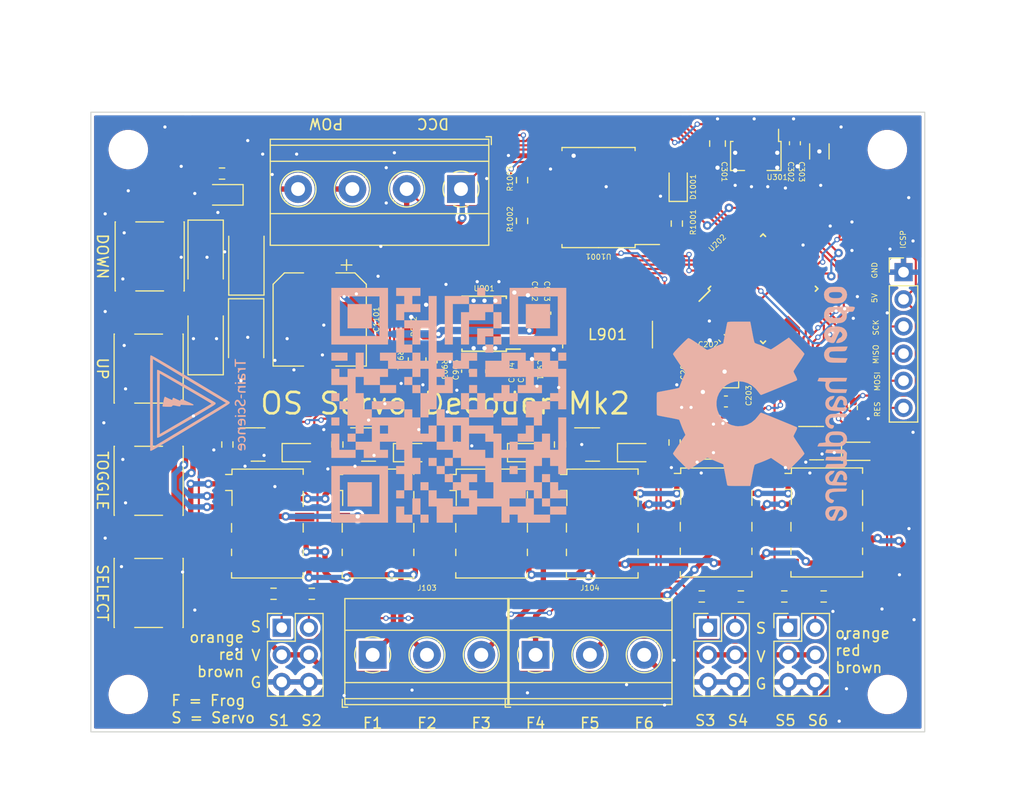
<source format=kicad_pcb>
(kicad_pcb (version 20221018) (generator pcbnew)
  (layers (0 "F.Cu" signal) (31 "B.Cu" signal) (34 "B.Paste" user) (35 "F.Paste" user) (36 "B.SilkS" user "B.Silkscreen") (37 "F.SilkS" user "F.Silkscreen") (38 "B.Mask" user) (39 "F.Mask" user) (44 "Edge.Cuts" user))
  (net 0 "")
  (net 1 "GND")
  (net 2 "Net-(D201-A)")
  (net 4 "Net-(U901-BS)")
  (net 5 "Net-(U901-SW)")
  (net 6 "Net-(U901-FB)")
  (net 9 "Net-(D1001-K)")
  (net 10 "+5V")
  (net 11 "Net-(U1001-EN)")
  (net 13 "/atmega/X1")
  (net 14 "/atmega/X2")
  (net 15 "VCC")
  (net 16 "+5VA")
  (net 17 "/atmega/LED")
  (net 18 "/DCC/DCC_B")
  (net 19 "/D_bridge/AC_1")
  (net 20 "/D_bridge/AC_2")
  (net 21 "/DCC/DCC_A")
  (net 22 "/atmega/reset")
  (net 23 "/DCC/DCC_TTL")
  (net 24 "/atmega/sw1")
  (net 25 "/atmega/sw2")
  (net 26 "/atmega/sw3")
  (net 27 "/atmega/sw4")
  (net 28 "/atmega/MOSI")
  (net 29 "/atmega/MISO")
  (net 30 "/atmega/bus2.pin1")
  (net 31 "/atmega/bus2.pin2")
  (net 32 "/atmega/bus3.pin1")
  (net 33 "/atmega/bus3.pin2")
  (net 34 "Net-(D701-A)")
  (net 35 "Net-(D702-A)")
  (net 38 "Net-(D801-A)")
  (net 39 "/atmega/bus1.pin1")
  (net 40 "/atmega/bus1.pin2")
  (net 41 "Net-(D802-A)")
  (net 42 "Net-(D901-A)")
  (net 43 "Net-(D902-A)")
  (net 47 "/servo1-2/FROG2")
  (net 51 "/servo1-2/FROG1")
  (net 55 "/servo3-4/FROG2")
  (net 59 "/servo3-4/FROG1")
  (net 63 "/servo5-6/FROG2")
  (net 67 "/servo5-6/FROG1")
  (net 68 "Net-(Q701-B)")
  (net 69 "Net-(Q702-B)")
  (net 70 "Net-(Q801-B)")
  (net 71 "Net-(Q802-B)")
  (net 72 "Net-(Q901-B)")
  (net 73 "Net-(Q902-B)")
  (net 74 "/atmega/bus1.relay1")
  (net 75 "/atmega/bus1.relay2")
  (net 76 "/atmega/bus2.relay1")
  (net 77 "/atmega/bus2.relay2")
  (net 78 "/atmega/bus3.relay1")
  (net 79 "/atmega/bus3.relay2")
  (footprint "custom_kicad_lib_sk:R_0603_smalltext" (layer "F.Cu") (at 183.769 133.604 90)
    (fp_text reference "R703" hide)
    (fp_text value "1k5")
  )
  (footprint "Diode_SMD:D_SOD-323" (layer "F.Cu") (at 211.582 134.366)
    (fp_text reference "D801" hide)
    (fp_text value "1N4148WS")
  )
  (footprint "Capacitor_SMD:C_0603_1608Metric" (layer "F.Cu") (at 213.0255 123.952 -90)
    (fp_text reference "C901")
    (fp_text value "22uF")
  )
  (footprint "Capacitor_SMD:C_0402_1005Metric" (layer "F.Cu") (at 206.0405 126.744 90)
    (fp_text reference "C906")
    (fp_text value "100nF")
  )
  (footprint "Diode_SMD:D_SMA" (layer "F.Cu") (at 185.547 116.108 90)
    (fp_text reference "D1101" hide)
    (fp_text value "SS53")
  )
  (footprint "Diode_SMD:D_SOD-323" (layer "F.Cu") (at 225.937 109.243 90)
    (fp_text reference "D1001")
    (fp_text value "1N4148WS")
  )
  (footprint "Capacitor_SMD:C_0603_1608Metric" (layer "F.Cu") (at 227.64199 126.654583 90)
    (fp_text reference "C201")
    (fp_text value "12pF")
  )
  (footprint "Relay_SMD:Relay_DPDT_Omron_G6K-2F-Y" (layer "F.Cu") (at 218.823646 141)
    (fp_text reference "K802" hide)
    (fp_text value "G6K-2F-Y-TR DC5")
  )
  (footprint "Relay_SMD:Relay_DPDT_Omron_G6K-2F-Y" (layer "F.Cu") (at 187.5 141)
    (fp_text reference "K701" hide)
    (fp_text value "G6K-2F-Y-TR DC5")
  )
  (footprint "Diode_SMD:D_SMA" (layer "F.Cu") (at 185.527 123.474 -90)
    (fp_text reference "D1103" hide)
    (fp_text value "SS53")
  )
  (footprint "Capacitor_SMD:C_0402_1005Metric" (layer "F.Cu") (at 212.5175 121.313 90)
    (fp_text reference "C902")
    (fp_text value "100nF")
  )
  (footprint "Resistor_SMD:R_0402_1005Metric_Pad0.72x0.64mm_HandSolder" (layer "F.Cu") (at 242.316 130.175 90)
    (fp_text reference "R202" hide)
    (fp_text value "10k")
  )
  (footprint "Capacitor_SMD:C_0805_2012Metric" (layer "F.Cu") (at 229.616 105.4365 -90)
    (fp_text reference "C301")
    (fp_text value "470nF")
  )
  (footprint "custom_kicad_lib_sk:R_0603_smalltext" (layer "F.Cu") (at 204.724 133.604 90)
    (fp_text reference "R803" hide)
    (fp_text value "1k5")
  )
  (footprint "Resistor_SMD:R_0603_1608Metric_Pad0.98x0.95mm_HandSolder" (layer "F.Cu") (at 183.2685 108.245 180)
    (fp_text reference "R201" hide)
    (fp_text value "6k2")
  )
  (footprint "MountingHole:MountingHole_3.2mm_M3" (layer "F.Cu") (at 245.5 106)
    (fp_text reference "REF**" hide)
    (fp_text value "MountingHole_3.2mm_M3")
  )
  (footprint "custom_kicad_lib_sk:tactile_SMD_6mm" (layer "F.Cu") (at 176.5 116 90)
    (fp_text reference "SW604" hide)
    (fp_text value "SW_Push")
  )
  (footprint "Package_SO:TI_SO-PowerPAD-8" (layer "F.Cu") (at 207.786 122.301 180)
    (fp_text reference "U901")
    (fp_text value "MT2499A")
  )
  (footprint "Relay_SMD:Relay_DPDT_Omron_G6K-2F-Y" (layer "F.Cu") (at 229.473646 140.899)
    (fp_text reference "K901" hide)
    (fp_text value "G6K-2F-Y-TR DC5")
  )
  (footprint "Capacitor_SMD:CP_Elec_8x10.5" (layer "F.Cu") (at 192.405 121.903 -90)
    (fp_text reference "C1101")
    (fp_text value "1000uF")
  )
  (footprint "custom_kicad_lib_sk:tactile_SMD_6mm" (layer "F.Cu") (at 176.403 147.5 90)
    (fp_text reference "SW601" hide)
    (fp_text value "SW_Push")
  )
  (footprint "TerminalBlock_Phoenix:TerminalBlock_Phoenix_MKDS-1,5-3-5.08_1x03_P5.08mm_Horizontal" (layer "F.Cu") (at 197.358 153.289)
    (fp_text reference "J103")
    (fp_text value "Screw_Terminal_01x03")
  )
  (footprint "Package_TO_SOT_SMD:SOT-23" (layer "F.Cu") (at 217.932 133.604)
    (fp_text reference "Q802" hide)
    (fp_text value "NPN_TOR")
  )
  (footprint "Resistor_SMD:R_0603_1608Metric" (layer "F.Cu") (at 201.2145 125.73 90)
    (fp_text reference "R901")
    (fp_text value "220k")
  )
  (footprint "Capacitor_SMD:C_0603_1608Metric" (layer "F.Cu") (at 209.0885 126.746 90)
    (fp_text reference "C905")
    (fp_text value "22uF")
  )
  (footprint "custom_kicad_lib_sk:R_0603_smalltext" (layer "F.Cu") (at 239.5455 147.828 180)
    (fp_text reference "R905" hide)
    (fp_text value "10k")
  )
  (footprint "custom_kicad_lib_sk:R_0603_smalltext" (layer "F.Cu") (at 194.056 133.604 90)
    (fp_text reference "R704" hide)
    (fp_text value "1k5")
  )
  (footprint "Connector_PinHeader_2.54mm:PinHeader_2x03_P2.54mm_Vertical" (layer "F.Cu") (at 236.22 150.749)
    (fp_text reference "J901" hide)
    (fp_text value "Conn_02x03_Odd_Even")
  )
  (footprint "custom_kicad_lib_sk:R_0603_smalltext" (layer "F.Cu") (at 235.966 133.477 90)
    (fp_text reference "R907" hide)
    (fp_text value "1k5")
  )
  (footprint "Capacitor_SMD:C_1206_3216Metric_Pad1.33x1.80mm_HandSolder" (layer "F.Cu") (at 239.141 106.172 -90)
    (fp_text reference "C303")
    (fp_text value "100uF")
  )
  (footprint "Connector_PinHeader_2.54mm:PinHeader_2x03_P2.54mm_Vertical" (layer "F.Cu") (at 188.849 150.749)
    (fp_text reference "J701" hide)
    (fp_text value "Conn_02x03_Odd_Even")
  )
  (footprint "Inductor_SMD:L_Bourns-SRN8040_8x8.15mm" (layer "F.Cu") (at 219.329 123.317 -90)
    (fp_text reference "L901")
    (fp_text value "L")
  )
  (footprint "Package_TO_SOT_SMD:SOT-23" (layer "F.Cu") (at 228.6485 133.416)
    (fp_text reference "Q901" hide)
    (fp_text value "NPN_TOR")
  )
  (footprint "Diode_SMD:D_SOD-323" (layer "F.Cu") (at 190.5 134.366)
    (fp_text reference "D701" hide)
    (fp_text value "1N4148WS")
  )
  (footprint "Package_SO:SOP-8_6.62x9.15mm_P2.54mm" (layer "F.Cu") (at 218.487 110.49 180)
    (fp_text reference "U1001")
    (fp_text value "6N137")
  )
  (footprint "Resistor_SMD:R_0603_1608Metric" (layer "F.Cu") (at 202.3575 122.555 90)
    (fp_text reference "R902")
    (fp_text value "20k")
  )
  (footprint "MountingHole:MountingHole_3.2mm_M3" (layer "F.Cu") (at 174.5 157)
    (fp_text reference "REF**" hide)
    (fp_text value "MountingHole_3.2mm_M3")
  )
  (footprint "Connector_PinHeader_2.54mm:PinHeader_1x06_P2.54mm_Vertical" (layer "F.Cu") (at 247.015 117.475)
    (fp_text reference "J201" hide)
    (fp_text value "ICSP")
  )
  (footprint "Capacitor_SMD:C_0603_1608Metric_Pad1.08x0.95mm_HandSolder" (layer "F.Cu") (at 236.855 105.41 -90)
    (fp_text reference "C302")
    (fp_text value "100nF")
  )
  (footprint "custom_kicad_lib_sk:R_0603_smalltext" (layer "F.Cu") (at 231.7985 147.828 180)
    (fp_text reference "R802" hide)
    (fp_text value "10k")
  )
  (footprint "Diode_SMD:D_SOD-323" (layer "F.Cu") (at 200.914 134.366)
    (fp_text reference "D702" hide)
    (fp_text value "1N4148WS")
  )
  (footprint "custom_kicad_lib_sk:R_0603_smalltext" (layer "F.Cu") (at 225.81 112.926 90)
    (fp_text reference "R1001")
    (fp_text value "1k")
  )
  (footprint "Relay_SMD:Relay_DPDT_Omron_G6K-2F-Y" (layer "F.Cu") (at 197.85 141)
    (fp_text reference "K702" hide)
    (fp_text value "G6K-2F-Y-TR DC5")
  )
  (footprint "custom_kicad_lib_sk:R_0603_smalltext" (layer "F.Cu") (at 191.6665 147.574 180)
    (fp_text reference "R702" hide)
    (fp_text value "10k")
  )
  (footprint "custom_kicad_lib_sk:R_0603_smalltext" (layer "F.Cu") (at 225.6005 133.416 90)
    (fp_text reference "R906" hide)
    (fp_text value "1k5")
  )
  (footprint "custom_kicad_lib_sk:crystal_arduino" (layer "F.Cu") (at 230.56299 126.747583 -90)
    (fp_text reference "Y201")
    (fp_text value "Crystal_GND2")
  )
  (footprint "Relay_SMD:Relay_DPDT_Omron_G6K-2F-Y" (layer "F.Cu") (at 239.823646 140.899)
    (fp_text reference "K902" hide)
    (fp_text value "G6K-2F-Y-TR DC5")
  )
  (footprint "Package_TO_SOT_SMD:SOT-23" (layer "F.Cu") (at 196.977 133.604)
    (fp_text reference "Q702" hide)
    (fp_text value "NPN_TOR")
  )
  (footprint "custom_kicad_lib_sk:tactile_SMD_6mm" (layer "F.Cu") (at 176.403 137 90)
    (fp_text reference "SW602" hide)
    (fp_text value "SW_Push")
  )
  (footprint "Capacitor_SMD:C_0402_1005Metric" (layer "F.Cu") (at 213.6605 121.313 90)
    (fp_text reference "C903")
    (fp_text value "22nF")
  )
  (footprint "Diode_SMD:D_SOD-323" (layer "F.Cu") (at 221.869 134.366)
    (fp_text reference "D802" hide)
    (fp_text value "1N4148WS")
  )
  (footprint "Package_TO_SOT_SMD:SOT-89-3" (layer "F.Cu") (at 233.196 106.598 -90)
    (fp_text reference "U301")
    (fp_text value "L78L05_SOT89")
  )
  (footprint "Diode_SMD:D_SMA" (layer "F.Cu") (at 181.737 116.11 -90)
    (fp_text reference "D1102" hide)
    (fp_text value "SS53")
  )
  (footprint "Package_QFP:TQFP-32_7x7mm_P0.8mm" (layer "F.Cu") (at 233.87399 119.024583 45)
    (fp_text reference "U202")
    (fp_text value "ATmega328-A")
  )
  (footprint "Package_TO_SOT_SMD:SOT-23" (layer "F.Cu") (at 186.6415 133.604)
    (fp_text reference "Q701" hide)
    (fp_text value "NPN_TOR")
  )
  (footprint "Capacitor_SMD:C_0603_1608Metric" (layer "F.Cu") (at 230.40399 129.575583)
    (fp_text reference "C203")
    (fp_text value "12pF")
  )
  (footprint "Connector_PinHeader_2.54mm:PinHeader_2x03_P2.54mm_Vertical" (layer "F.Cu") (at 228.727 150.749)
    (fp_text reference "J801" hide)
    (fp_text value "Conn_02x03_Odd_Even")
  )
  (footprint "Diode_SMD:D_SMA" (layer "F.Cu") (at 181.737 123.569 90)
    (fp_text reference "D1104" hide)
    (fp_text value "SS53")
  )
  (footprint "TerminalBlock_Phoenix:TerminalBlock_Phoenix_MKDS-1,5-4-5.08_1x04_P5.08mm_Horizontal" (layer "F.Cu") (at 205.62 109.695 180)
    (fp_text reference "J101" hide)
    (fp_text value "Screw_Terminal_01x04")
  )
  (footprint "Resistor_SMD:R_0603_1608Metric" (layer "F.Cu") (at 202.8655 125.73 -90)
    (fp_text reference "R903")
    (fp_text value "150k")
  )
  (footprint "Package_TO_SOT_SMD:SOT-23" (layer "F.Cu") (at 238.887 133.477)
    (fp_text reference "Q902" hide)
    (fp_text value "NPN_TOR")
  )
  (footprint "custom_kicad_lib_sk:R_0603_smalltext" (layer "F.Cu") (at 235.8625 147.828)
    (fp_text reference "R904" hide)
    (fp_text value "10k")
  )
  (footprint "MountingHole:MountingHole_3.2mm_M3" (layer "F.Cu") (at 245.5 157)
    (fp_text reference "REF**" hide)
    (fp_text value "MountingHole_3.2mm_M3")
  )
  (footprint "LED_SMD:LED_0805_2012Metric_Pad1.15x1.40mm_HandSolder" (layer "F.Cu") (at 183.379 110.236 180)
    (fp_text reference "D201" hide)
    (fp_text value "LED")
  )
  (footprint "custom_kicad_lib_sk:R_0603_smalltext" (layer "F.Cu") (at 188.087 147.574)
    (fp_text reference "R701" hide)
    (fp_text value "10k")
  )
  (footprint "custom_kicad_lib_sk:R_0603_smalltext" (layer "F.Cu") (at 211.332 108.862 90)
    (fp_text reference "R1003")
    (fp_text value "10k")
  )
  (footprint "custom_kicad_lib_sk:R_0603_smalltext" (layer "F.Cu") (at 211.332 112.672 90)
    (fp_text reference "R1002")
    (fp_text value "10k")
  )
  (footprint "custom_kicad_lib_sk:R_0603_smalltext" (layer "F.Cu") (at 214.884 133.604 90)
    (fp_text reference "R804" hide)
    (fp_text value "1k5")
  )
  (footprint "Capacitor_SMD:C_0402_1005Metric" (layer "F.Cu") (at 230.064579 123.648172 135)
    (fp_text reference "C202")
    (fp_text value "100nF")
  )
  (footprint "Diode_SMD:D_SOD-323" (layer "F.Cu") (at 232.537 134.239)
    (fp_text reference "D901" hide)
    (fp_text value "1N4148WS")
  )
  (footprint "TerminalBlock_Phoenix:TerminalBlock_Phoenix_MKDS-1,5-3-5.08_1x03_P5.08mm_Horizontal" (layer "F.Cu") (at 212.598 153.289)
    (fp_text reference "J104")
    (fp_text value "Screw_Terminal_01x03")
  )
  (footprint "custom_kicad_lib_sk:R_0603_smalltext" (layer "F.Cu") (at 228.139 147.828)
    (fp_text reference "R801" hide)
    (fp_text value "10k")
  )
  (footprint "Capacitor_SMD:C_0603_1608Metric" (layer "F.Cu") (at 207.4225 126.746 90)
    (fp_text reference "C904")
    (fp_text value "22uF")
  )
  (footprint "Package_TO_SOT_SMD:SOT-23" (layer "F.Cu") (at 207.645 133.604)
    (fp_text reference "Q801" hide)
    (fp_text value "NPN_TOR")
  )
  (footprint "Relay_SMD:Relay_DPDT_Omron_G6K-2F-Y" (layer "F.Cu") (at 208.473646 141)
    (fp_text reference "K801" hide)
    (fp_text value "G6K-2F-Y-TR DC5")
  )
  (footprint "custom_kicad_lib_sk:tactile_SMD_6mm" (layer "F.Cu") (at 176.403 126.5 90)
    (fp_text reference "SW603" hide)
    (fp_text value "SW_Push")
  )
  (footprint "MountingHole:MountingHole_3.2mm_M3" (layer "F.Cu") (at 174.5 106)
    (fp_text reference "REF**" hide)
    (fp_text value "MountingHole_3.2mm_M3")
  )
  (footprint "Diode_SMD:D_SOD-323" (layer "F.Cu") (at 242.824 134.239)
    (fp_text reference "D902" hide)
    (fp_text value "1N4148WS")
  )
  (footprint "custom_kicad_lib_sk:servoDriverQR" (layer "B.Cu") (at 204.47 129.921 -90)
    (fp_text reference "G***" hide)
    (fp_text value "LOGO" hide)
  )
  (footprint "custom_kicad_lib_sk:Train-Science logo small" (layer "B.Cu") (at 181.102 129.794 -90)
    (fp_text reference "G***" hide)
    (fp_text value "LOGO" hide)
  )
  (footprint "Symbol:OSHW-Logo2_24.3x20mm_SilkScreen" (layer "B.Cu") (at 233.172 129.794 -90)
    (fp_text reference "REF**" hide)
    (fp_text value "OSHW-Logo2_24.3x20mm_SilkScreen" hide)
  )
  (gr_rect (start 171 102.5) (end 249 160.5) (stroke (width 0.1)) (fill none) (layer "Edge.Cuts"))
  (gr_text "ICSP" (at 247.269 115.316 90) (layer "F.SilkS") (effects (font (size 0.5 0.5) (thickness 0.075)) (justify left bottom)))
  (gr_text "UP" (at 171.5 126.5 270) (layer "F.SilkS") (effects (font (size 1 1)) (justify bottom)))
  (gr_text "S6" (at 239.014 160.02) (layer "F.SilkS") (effects (font (size 1 1)) (justify bottom)))
  (gr_text "S" (at 233.68 151.384) (layer "F.SilkS") (effects (font (size 1 1)) (justify bottom)))
  (gr_text "MISO" (at 244.729 126.111 90) (layer "F.SilkS") (effects (font (size 0.5 0.5) (thickness 0.075)) (justify left bottom)))
  (gr_text "TOGGLE" (at 171.5 137 270) (layer "F.SilkS") (effects (font (size 1 1)) (justify bottom)))
  (gr_text "V" (at 186.436 153.924) (layer "F.SilkS") (effects (font (size 1 1)) (justify bottom)))
  (gr_text "DOWN" (at 171.5 116 270) (layer "F.SilkS") (effects (font (size 1 1)) (justify bottom)))
  (gr_text "orange\nred\nbrown\n" (at 240.538 155.067) (layer "F.SilkS") (effects (font (size 1 1)) (justify left bottom)))
  (gr_text "SELECT" (at 171.5 147.5 270) (layer "F.SilkS") (effects (font (size 1 1)) (justify bottom)))
  (gr_text "S5" (at 235.966 160.02) (layer "F.SilkS") (effects (font (size 1 1)) (justify bottom)))
  (gr_text "F6\n" (at 222.758 160.274) (layer "F.SilkS") (effects (font (size 1 1)) (justify bottom)))
  (gr_text "S4" (at 231.521 160.02) (layer "F.SilkS") (effects (font (size 1 1)) (justify bottom)))
  (gr_text "S1" (at 188.595 160.02) (layer "F.SilkS") (effects (font (size 1 1)) (justify bottom)))
  (gr_text "5V" (at 244.602 120.396 90) (layer "F.SilkS") (effects (font (size 0.5 0.5) (thickness 0.075)) (justify left bottom)))
  (gr_text "V" (at 233.68 154.051) (layer "F.SilkS") (effects (font (size 1 1)) (justify bottom)))
  (gr_text "F2" (at 202.438 160.274) (layer "F.SilkS") (effects (font (size 1 1)) (justify bottom)))
  (gr_text "F4" (at 212.598 160.274) (layer "F.SilkS") (effects (font (size 1 1)) (justify bottom)))
  (gr_text "F1" (at 197.358 160.274) (layer "F.SilkS") (effects (font (size 1 1)) (justify bottom)))
  (gr_text "SCK" (at 244.729 123.444 90) (layer "F.SilkS") (effects (font (size 0.5 0.5) (thickness 0.075)) (justify left bottom)))
  (gr_text "G" (at 186.436 156.464) (layer "F.SilkS") (effects (font (size 1 1)) (justify bottom)))
  (gr_text "orange\nred\nbrown\n" (at 185.42 155.448) (layer "F.SilkS") (effects (font (size 1 1)) (justify right bottom)))
  (gr_text "GND" (at 244.602 118.11 90) (layer "F.SilkS") (effects (font (size 0.5 0.5) (thickness 0.075)) (justify left bottom)))
  (gr_text "S" (at 186.436 151.257) (layer "F.SilkS") (effects (font (size 1 1)) (justify bottom)))
  (gr_text "S2\n" (at 191.643 160.02) (layer "F.SilkS") (effects (font (size 1 1)) (justify bottom)))
  (gr_text "F3\n" (at 207.518 160.274) (layer "F.SilkS") (effects (font (size 1 1)) (justify bottom)))
  (gr_text "OS Servo Decoder Mk2" (at 186.69 130.937) (layer "F.SilkS") (effects (font (size 2 2) (thickness 0.25) bold) (justify left bottom)))
  (gr_text "RES" (at 244.856 131.064 90) (layer "F.SilkS") (effects (font (size 0.5 0.5) (thickness 0.075)) (justify left bottom)))
  (gr_text "F5" (at 217.678 160.274) (layer "F.SilkS") (effects (font (size 1 1)) (justify bottom)))
  (gr_text "G" (at 233.68 156.591) (layer "F.SilkS") (effects (font (size 1 1)) (justify bottom)))
  (gr_text "DCC" (at 203 103 180) (layer "F.SilkS") (effects (font (size 1 1)) (justify bottom)))
  (gr_text "S3" (at 228.473 160.02) (layer "F.SilkS") (effects (font (size 1 1)) (justify bottom)))
  (gr_text "POW\n" (at 193 103 180) (layer "F.SilkS") (effects (font (size 1 1)) (justify bottom)))
  (gr_text "MOSI" (at 244.856 128.651 90) (layer "F.SilkS") (effects (font (size 0.5 0.5) (thickness 0.075)) (justify left bottom)))
  (gr_text "F = Frog\nS = Servo" (at 178.435 159.766) (layer "F.SilkS") (effects (font (size 1 1)) (justify left bottom)))
  (segment (start 237.397887 114.935) (end 236.596351 115.736536) (width 0.2) (layer "F.Cu") (net 1))
  (segment (start 214.2955 124.714) (end 213.0385 124.714) (width 0.7) (layer "F.Cu") (net 1))
  (segment (start 202.3575 120.523) (end 202.3325 120.548) (width 1) (layer "F.Cu") (net 1))
  (segment (start 229.719741 121.181259) (end 228.854 122.047) (width 0.2) (layer "F.Cu") (net 1))
  (segment (start 230.020258 121.181259) (end 229.719741 121.181259) (width 0.2) (layer "F.Cu") (net 1))
  (segment (start 208.8855 126.174) (end 208.1995 126.174) (width 1) (layer "F.Cu") (net 1))
  (segment (start 206.8025 120.142) (end 206.8025 124.587) (width 1) (layer "F.Cu") (net 1))
  (segment (start 231.29299 125.897583) (end 230.40899 126.781583) (width 0.25) (layer "F.Cu") (net 1))
  (segment (start 206.0405 126.174) (end 206.8025 125.412) (width 1) (layer "F.Cu") (net 1))
  (segment (start 207.8185 124.587) (end 207.8185 125.575) (width 1) (layer "F.Cu") (net 1))
  (segment (start 207.8185 125.575) (end 207.4225 125.971) (width 1) (layer "F.Cu") (net 1))
  (segment (start 229.02499 127.429583) (end 229.39299 127.797583) (width 0.25) (layer "F.Cu") (net 1))
  (segment (start 202.3325 120.548) (end 202.3325 121.73) (width 1) (layer "F.Cu") (net 1))
  (segment (start 210.566 120.396) (end 209.0885 120.396) (width 1) (layer "F.Cu") (net 1))
  (segment (start 231.29299 125.597583) (end 231.29299 125.897583) (width 0.25) (layer "F.Cu") (net 1))
  (segment (start 208.8345 125.717) (end 209.0885 125.971) (width 1) (layer "F.Cu") (net 1))
  (segment (start 229.725168 123.308761) (end 230.155498 123.308761) (width 0.2) (layer "F.Cu") (net 1))
  (segment (start 211.5785 126.174) (end 208.1995 126.174) (width 0.7) (layer "F.Cu") (net 1))
  (segment (start 209.0885 125.971) (end 208.8855 126.174) (width 1) (layer "F.Cu") (net 1))
  (segment (start 213.0385 124.714) (end 213.0255 124.727) (width 0.7) (layer "F.Cu") (net 1))
  (segment (start 237.617 114.935) (end 237.397887 114.935) (width 0.2) (layer "F.Cu") (net 1))
  (segment (start 229.62899 128.033583) (end 229.39299 127.797583) (width 0.25) (layer "F.Cu") (net 1))
  (segment (start 208.1995 126.174) (end 206.0405 126.174) (width 1) (layer "F.Cu") (net 1))
  (segment (start 201.0245 121.73) (end 200.9605 121.666) (width 0.7) (layer "F.Cu") (net 1))
  (segment (start 208.8345 124.587) (end 208.8345 125.717) (width 1) (layer "F.Cu") (net 1))
  (segment (start 229.431812 123.308761) (end 228.87999 123.860583) (width 0.2) (layer "F.Cu") (net 1))
  (segment (start 230.27699 126.913583) (end 229.39299 127.797583) (width 0.25) (layer "F.Cu") (net 1))
  (segment (start 230.40899 126.781583) (end 230.27699 126.781583) (width 0.25) (layer "F.Cu") (net 1))
  (segment (start 229.62899 129.575583) (end 229.62899 128.033583) (width 0.25) (layer "F.Cu") (net 1))
  (segment (start 230.27699 126.781583) (end 230.27699 126.913583) (width 0.25) (layer "F.Cu") (net 1))
  (segment (start 206.8025 125.412) (end 206.8025 124.587) (width 1) (layer "F.Cu") (net 1))
  (segment (start 207.8185 124.587) (end 207.8185 120.142) (width 1) (layer "F.Cu") (net 1))
  (segment (start 213.0255 124.727) (end 211.5785 126.174) (width 0.7) (layer "F.Cu") (net 1))
  (segment (start 208.8345 120.142) (end 208.8345 124.587) (width 1) (layer "F.Cu") (net 1))
  (segment (start 202.3575 121.73) (end 201.0245 121.73) (width 0.7) (layer "F.Cu") (net 1))
  (segment (start 230.155498 123.308761) (end 231.151629 122.31263) (width 0.2) (layer "F.Cu") (net 1))
  (segment (start 229.725168 123.308761) (end 229.431812 123.308761) (width 0.2) (layer "F.Cu") (net 1))
  (segment (start 227.64199 127.429583) (end 229.02499 127.429583) (width 0.25) (layer "F.Cu") (net 1))
  (segment (start 209.0885 120.396) (end 208.8345 120.142) (width 1) (layer "F.Cu") (net 1))
  (via (at 182.499 134.112) (size 0.5) (drill 0.3) (layers "F.Cu" "B.Cu") (net 1))
  (via (at 241.554 151.765) (size 0.5) (drill 0.3) (layers "F.Cu" "B.Cu") (net 1))
  (via (at 228.24499 128.686583) (size 0.8) (drill 0.4) (layers "F.Cu" "B.Cu") (net 1))
  (via (at 242.189 112.776) (size 0.5) (drill 0.3) (layers "F.Cu" "B.Cu") (net 1))
  (via (at 219.202 109.474) (size 0.5) (drill 0.3) (layers "F.Cu" "B.Cu") (net 1))
  (via (at 177.927 103.886) (size 0.5) (drill 0.3) (layers "F.Cu" "B.Cu") (net 1))
  (via (at 189.357 123.698) (size 0.5) (drill 0.3) (layers "F.Cu" "B.Cu") (net 1))
  (via (at 187.071 106.426) (size 0.5) (drill 0.3) (layers "F.Cu" "B.Cu") (net 1))
  (via (at 208.8345 124.587) (size 0.8) (drill 0.4) (layers "F.Cu" "B.Cu") (net 1))
  (via (at 240.157 113.157) (size 0.5) (drill 0.3) (layers "F.Cu" "B.Cu") (net 1))
  (via (at 182.88 111.887) (size 0.5) (drill 0.3) (layers "F.Cu" "B.Cu") (net 1))
  (via (at 187.96 108.331) (size 0.5) (drill 0.3) (layers "F.Cu" "B.Cu") (net 1))
  (via (at 187.198 134.62) (size 0.5) (drill 0.3) (layers "F.Cu" "B.Cu") (net 1))
  (via (at 172.212 131.572) (size 0.5) (drill 0.3) (layers "F.Cu" "B.Cu") (net 1))
  (via (at 214.757 128.27) (size 0.5) (drill 0.3) (layers "F.Cu" "B.Cu") (net 1))
  (via (at 204.216 118.618) (size 0.5) (drill 0.3) (layers "F.Cu" "B.Cu") (net 1))
  (via (at 248 150) (size 0.5) (drill 0.3) (layers "F.Cu" "B.Cu") (net 1))
  (via (at 190.246 106.426) (size 0.5) (drill 0.3) (layers "F.Cu" "B.Cu") (net 1))
  (via (at 207.137 118.364) (size 0.5) (drill 0.3) (layers "F.Cu" "B.Cu") (net 1))
  (via (at 198.628 110.998) (size 0.5) (drill 0.3) (layers "F.Cu" "B.Cu") (net 1))
  (via (at 204.597 125.857) (size 0.5) (drill 0.3) (layers "F.Cu" "B.Cu") (net 1))
  (via (at 243.713 131.191) (size 0.5) (drill 0.3) (layers "F.Cu" "B.Cu") (net 1))
  (via (at 192.786 132.207) (size 0.5) (drill 0.3) (layers "F.Cu" "B.Cu") (net 1))
  (via (at 174.117 113.792) (size 0.5) (drill 0.3) (layers "F.Cu" "B.Cu") (net 1))
  (via (at 235.204 106.299) (size 0.8) (drill 0.4) (layers "F.Cu" "B.Cu") (net 1))
  (via (at 227.711 135.255) (size 0.5) (drill 0.3) (layers "F.Cu" "B.Cu") (net 1))
  (via (at 241.681 156.464) (size 0.5) (drill 0.3) (layers "F.Cu" "B.Cu") (net 1))
  (via (at 172.339 121.158) (size 0.5) (drill 0.3) (layers "F.Cu" "B.Cu") (net 1))
  (via (at 201.676 132.207) (size 0.5) (drill 0.3) (layers "F.Cu" "B.Cu") (net 1))
  (via (at 230.27699 126.781583) (size 0.8) (drill 0.4) (layers "F.Cu" "B.Cu") (net 1))
  (via (at 204.343 130.556) (size 0.5) (drill 0.3) (layers "F.Cu" "B.Cu") (net 1))
  (via (at 173.99 135.001) (size 0.5) (drill 0.3) (layers "F.Cu" "B.Cu") (net 1))
  (via (at 173.99 118.11) (size 0.5) (drill 0.3) (layers "F.Cu" "B.Cu") (net 1))
  (via (at 240.538 134.366) (size 0.5) (drill 0.3) (layers "F.Cu" "B.Cu") (net 1))
  (via (at 233.045 103.124) (size 0.5) (drill 0.3) (layers "F.Cu" "B.Cu") (net 1))
  (via (at 229.235 134.366) (size 0.5) (drill 0.3) (layers "F.Cu" "B.Cu") (net 1))
  (via (at 242.316 121.793) (size 0.5) (drill 0.3) (layers "F.Cu" "B.Cu") (net 1))
  (via (at 192.659 125.222) (size 0.5) (drill 0.3) (layers "F.Cu" "B.Cu") (net 1))
  (via (at 194.691 157.099) (size 0.5) (drill 0.3) (layers "F.Cu" "B.Cu") (net 1))
  (via (at 228.092 136.271) (size 0.5) (drill 0.3) (layers "F.Cu" "B.Cu") (net 1))
  (via (at 174.244 128.397) (size 0.5) (drill 0.3) (layers "F.Cu" "B.Cu") (net 1))
  (via (at 206.8025 120.142) (size 0.8) (drill 0.4) (layers "F.Cu" "B.Cu") (net 1))
  (via (at 183.515 115.57) (size 0.5) (drill 0.3) (layers "F.Cu" "B.Cu") (net 1))
  (via (at 195.707 135.636) (size 0.5) (drill 0.3) (layers "F.Cu" "B.Cu") (net 1))
  (via (at 228.87999 123.860583) (size 0.8) (drill 0.4) (layers "F.Cu" "B.Cu") (net 1))
  (via (at 221.107 156.083) (size 0.5) (drill 0.3) (layers "F.Cu" "B.Cu") (net 1))
  (via (at 239.141 106.172) (size 0.8) (drill 0.4) (layers "F.Cu" "B.Cu") (net 1))
  (via (at 231.267 106.299) (size 0.8) (drill 0.4) (layers "F.Cu" "B.Cu") (net 1))
  (via (at 224.663 157.988) (size 0.5) (drill 0.3) (layers "F.Cu" "B.Cu") (net 1))
  (via (at 174.117 124.333) (size 0.5) (drill 0.3) (layers "F.Cu" "B.Cu") (net 1))
  (via (at 200.025 127.889) (size 0.5) (drill 0.3) (layers "F.Cu" "B.Cu") (net 1))
  (via (at 207.8185 120.142) (size 0.8) (drill 0.4) (layers "F.Cu" "B.Cu") (net 1))
  (via (at 179.578 145.542) (size 0.5) (drill 0.3) (layers "F.Cu" "B.Cu") (net 1))
  (via (at 201.041 156.591) (size 0.5) (drill 0.3) (layers "F.Cu" "B.Cu") (net 1))
  (via (at 212.725 128.143) (size 0.5) (drill 0.3) (layers "F.Cu" "B.Cu") (net 1))
  (via (at 207.8185 124.587) (size 0.8) (drill 0.4) (layers "F.Cu" "B.Cu") (net 1))
  (via (at 245.491 121.285) (size 0.5) (drill 0.3) (layers "F.Cu" "B.Cu") (net 1))
  (via (at 209.169 118.364) (size 0.5) (drill 0.3) (layers "F.Cu" "B.Cu") (net 1))
  (via (at 225.298 135.763) (size 0.5) (drill 0.3) (layers "F.Cu" "B.Cu") (net 1))
  (via (at 193.167 135.89) (size 0.5) (drill 0.3) (layers "F.Cu" "B.Cu") (net 1))
  (via (at 245.745 115.316) (size 0.5) (drill 0.3) (layers "F.Cu" "B.Cu") (net 1))
  (via (at 180.721 149.098) (size 0.5) (drill 0.3) (layers "F.Cu" "B.Cu") (net 1))
  (via (at 200.9605 121.666) (size 0.8) (drill 0.4) (layers "F.Cu" "B.Cu") (net 1))
  (via (at 179.451 116.078) (size 0.5) (drill 0.3) (layers "F.Cu" "B.Cu") (net 1))
  (via (at 237.871 135.255) (size 0.5) (drill 0.3) (layers "F.Cu" "B.Cu") (net 1))
  (via (at 239.268 109.347) (size 0.5) (drill 0.3) (layers "F.Cu" "B.Cu") (net 1))
  (via (at 208.8345 120.142) (size 0.8) (drill 0.4) (layers "F.Cu" "B.Cu") (net 1))
  (via (at 205.232 128.524) (size 0.5) (drill 0.3) (layers "F.Cu" "B.Cu") (net 1))
  (via (at 224.282 110.363) (size 0.5) (drill 0.3) (layers "F.Cu" "B.Cu") (net 1))
  (via (at 237.617 114.935) (size 0.5) (drill 0.3) (layers "F.Cu" "B.Cu") (net 1))
  (via (at 235.966 135.763) (size 0.5) (drill 0.3) (layers "F.Cu" "B.Cu") (net 1))
  (via (at 225.552 153.797) (size 0.5) (drill 0.3) (layers "F.Cu" "B.Cu") (net 1))
  (via (at 245 149) (size 0.5) (drill 0.3) (layers "F.Cu" "B.Cu") (net 1))
  (via (at 228.854 122.047) (size 0.5) (drill 0.3) (layers "F.Cu" "B.Cu") (net 1))
  (via (at 211.836 156.845) (size 0.5) (drill 0.3) (layers "F.Cu" "B.Cu") (net 1))
  (via (at 247.904 114.554) (size 0.5) (drill 0.3) (layers "F.Cu" "B.Cu") (net 1))
  (via (at 185.039 127.635) (size 0.5) (drill 0.3) (layers "F.Cu" "B.Cu") (net 1))
  (via (at 242.189 115.443) (size 0.5) (drill 0.3) (layers "F.Cu" "B.Cu") (net 1))
  (via (at 198.628 107.696) (size 0.5) (drill 0.3) (layers "F.Cu" "B.Cu") (net 1))
  (via (at 188.214 137.541) (size 0.5) (drill 0.3) (layers "F.Cu" "B.Cu") (net 1))
  (via (at 172.339 142.367) (size 0.5) (drill 0.3) (layers "F.Cu" "B.Cu") (net 1))
  (via (at 198.12 115.062) (size 0.5) (drill 0.3) (layers "F.Cu" "B.Cu") (net 1))
  (via (at 234.315 109.474) (size 0.5) (drill 0.3) (layers "F.Cu" "B.Cu") (net 1))
  (via (at 208.026 108.712) (size 0.5) (drill 0.3) (layers "F.Cu" "B.Cu") (net 1))
  (via (at 211.8825 119.634) (size 0.8) (drill 0.4) (layers "F.Cu" "B.Cu") (net 1))
  (via (at 225.806 128.016) (size 0.5) (drill 0.3) (layers "F.Cu" "B.Cu") (net 1))
  (via (at 189.992 126.619) (size 0.5) (drill 0.3) (layers "F.Cu" "B.Cu") (net 1))
  (via (at 180.594 123.698) (size 0.5) (drill 0.3) (layers "F.Cu" "B.Cu") (net 1))
  (via (at 180.594 130.937) (size 0.5) (drill 0.3) (layers "F.Cu" "B.Cu") (net 1))
  (via (at 216.158 106.576) (size 0.8) (drill 0.4) (layers "F.Cu" "B.Cu") (net 1))
  (via (at 197.866 117.856) (size 0.5) (drill 0.3) (layers "F.Cu" "B.Cu") (net 1))
  (via (at 247.5 110.5) (size 0.5) (drill 0.3) (layers "F.Cu" "B.Cu") (net 1))
  (via (at 238.252 136.271) (size 0.5) (drill 0.3) (layers "F.Cu" "B.Cu") (net 1))
  (via (at 174.244 139.065) (size 0.5) (drill 0.3) (layers "F.Cu" "B.Cu") (net 1))
  (via (at 184.658 152.781) (size 0.5) (drill 0.3) (layers "F.Cu" "B.Cu") (net 1))
  (via (at 182.753 123.698) (size 0.5) (drill 0.3) (layers "F.Cu" "B.Cu") (net 1))
  (via (at 185.674 123.571) (size 0.5) (drill 0.3) (layers "F.Cu" "B.Cu") (net 1))
  (via (at 180.721 110.109) (size 0.5) (drill 0.3) (layers "F.Cu" "B.Cu") (net 1))
  (via (at 181.864 116.078) (size 0.5) (drill 0.3) (layers "F.Cu" "B.Cu") (net 1))
  (via (at 216.916 133.604) (size 0.5) (drill 0.3) (layers "F.Cu" "B.Cu") (net 1))
  (via (at 202.057 128.016) (size 0.5) (drill 0.3) (layers "F.Cu" "B.Cu") (net 1))
  (via (at 214.2955 124.714) (size 0.8) (drill 0.4) (layers "F.Cu" "B.Cu") (net 1))
  (via (at 192.786 122.428) (size 0.5) (drill 0.3) (layers "F.Cu" "B.Cu") (net 1))
  (via (at 241.173 103.886) (size 0.5) (drill 0.3) (layers "F.Cu" "B.Cu") (net 1))
  (via (at 174.498 109.855) (size 0.5) (drill 0.3) (layers "F.Cu" "B.Cu") (net 1))
  (via (at 196.977 131.318) (size 0.5) (drill 0.3) (layers "F.Cu" "B.Cu") (net 1))
  (via (at 237.109 107.569) (size 0.8) (drill 0.4) (layers "F.Cu" "B.Cu") (net 1))
  (via (at 239.395 134.493) (size 0.5) (drill 0.3) (layers "F.Cu" "B.Cu") (net 1))
  (via (at 236.728 103.124) (size 0.5) (drill 0.3) (layers "F.Cu" "B.Cu") (net 1))
  (via (at 173.863 145.034) (size 0.5) (drill 0.3) (layers "F.Cu" "B.Cu") (net 1))
  (via (at 231.267 109.347) (size 0.5) (drill 0.3) (layers "F.Cu" "B.Cu") (net 1))
  (via (at 235.204 107.696) (size 0.8) (drill 0.4) (layers "F.Cu" "B.Cu") (net 1))
  (via (at 231.267 107.95) (size 0.8) (drill 0.4) (layers "F.Cu" "B.Cu") (net 1))
  (via (at 247.904 132.461) (size 0.5) (drill 0.3) (layers "F.Cu" "B.Cu") (net 1))
  (via (at 199.39 106.299) (size 0.5) (drill 0.3) (layers "F.Cu" "B.Cu") (net 1))
  (via (at 229.616 103.124) (size 0.5) (drill 0.3) (layers "F.Cu" "B.Cu") (net 1))
  (via (at 198.501 129.794) (size 0.5) (drill 0.3) (layers "F.Cu" "B.Cu") (net 1))
  (via (at 179.451 107.569) (size 0.5) (drill 0.3) (layers "F.Cu" "B.Cu") (net 1))
  (via (at 210.058 106.553) (size 0.5) (drill 0.3) (layers "F.Cu" "B.Cu") (net 1))
  (via (at 235.966 109.601) (size 0.5) (drill 0.3) (layers "F.Cu" "B.Cu") (net 1))
  (via (at 202.3575 120.523) (size 0.8) (drill 0.4) (layers "F.Cu" "B.Cu") (net 1))
  (via (at 185.674 105.156) (size 0.5) (drill 0.3) (layers "F.Cu" "B.Cu") (net 1))
  (via (at 229.616 107.696) (size 0.8) (drill 0.4) (layers "F.Cu" "B.Cu") (net 1))
  (via (at 212.2635 125.603) (size 0.8) (drill 0.4) (layers "F.Cu" "B.Cu") (net 1))
  (via (at 172.339 112.014) (size 0.5) (drill 0.3) (layers "F.Cu" "B.Cu") (net 1))
  (via (at 206.8025 124.587) (size 0.8) (drill 0.4) (layers "F.Cu" "B.Cu") (net 1))
  (via (at 240.411 149.225) (size 0.5) (drill 0.3) (layers "F.Cu" "B.Cu") (net 1))
  (via (at 242.697 119.761) (size 0.5) (drill 0.3) (layers "F.Cu" "B.Cu") (net 1))
  (via (at 206.629 133.731) (size 0.5) (drill 0.3) (layers "F.Cu" "B.Cu") (net 1))
  (via (at 210.6125 119.38) (size 0.8) (drill 0.4) (layers "F.Cu" "B.Cu") (net 1))
  (via (at 213.995 107.823) (size 0.5) (drill 0.3) (layers "F.Cu" "B.Cu") (net 1))
  (via (at 247.523 141.478) (size 0.5) (drill 0.3) (layers "F.Cu" "B.Cu") (net 1))
  (via (at 185.42 135.636) (size 0.5) (drill 0.3) (layers "F.Cu" "B.Cu") (net 1))
  (via (at 197.485 134.62) (size 0.5) (drill 0.3) (layers "F.Cu" "B.Cu") (net 1))
  (via (at 232.791 109.474) (size 0.5) (drill 0.3) (layers "F.Cu" "B.Cu") (net 1))
  (via (at 246.634 145.796) (size 0.5) (drill 0.3) (layers "F.Cu" "B.Cu") (net 1))
  (via (at 241 159.5) (size 0.5) (drill 0.3) (layers "F.Cu" "B.Cu") (net 1))
  (via (at 195.834 119.507) (size 0.5) (drill 0.3) (layers "F.Cu" "B.Cu") (net 1))
  (via (at 188.214 125.73) (size 0.5) (drill 0.3) (layers "F.Cu" "B.Cu") (net 1))
  (segment (start 182.356 110.234) (end 182.354 110.236) (width 0.2) (layer "F.Cu") (net 2))
  (segment (start 182.356 108.245) (end 182.356 110.234) (width 0.2) (layer "F.Cu") (net 2))
  (segment (start 213.6605 121.793) (end 212.5175 121.793) (width 0.25) (layer "F.Cu") (net 4))
  (segment (start 213.503317 123.952) (end 212.1365 123.952) (width 0.25) (layer "F.Cu") (net 4))
  (segment (start 213.8255 121.958) (end 213.8255 123.629817) (width 0.25) (layer "F.Cu") (net 4))
  (segment (start 211.8825 124.206) (end 212.1365 123.952) (width 0.25) (layer "F.Cu") (net 4))
  (segment (start 210.566 124.206) (end 211.8825 124.206) (width 0.25) (layer "F.Cu") (net 4))
  (segment (start 213.6605 121.793) (end 213.8255 121.958) (width 0.25) (layer "F.Cu") (net 4))
  (segment (start 213.8255 123.629817) (end 213.503317 123.952) (width 0.25) (layer "F.Cu") (net 4))
  (segment (start 210.566 121.666) (end 211.358693 121.666) (width 0.7) (layer "F.Cu") (net 5))
  (segment (start 212.191693 120.833) (end 212.5175 120.833) (width 0.7) (layer "F.Cu") (net 5))
  (segment (start 211.358693 121.666) (end 212.191693 120.833) (width 0.7) (layer "F.Cu") (net 5))
  (segment (start 212.5175 120.833) (end 213.6605 120.833) (width 0.7) (layer "F.Cu") (net 5))
  (segment (start 213.6605 120.833) (end 216.7795 120.833) (width 0.7) (layer "F.Cu") (net 5))
  (segment (start 202.8655 124.905) (end 202.8655 123.888) (width 0.25) (layer "F.Cu") (net 6))
  (segment (start 202.8655 123.888) (end 202.3575 123.38) (width 0.25) (layer "F.Cu") (net 6))
  (segment (start 202.3575 123.38) (end 203.1575 122.58) (width 0.25) (layer "F.Cu") (net 6))
  (segment (start 203.1575 122.58) (end 203.1575 121.628) (width 0.25) (layer "F.Cu") (net 6))
  (segment (start 202.8655 124.905) (end 201.2145 124.905) (width 0.25) (layer "F.Cu") (net 6))
  (segment (start 203.1575 121.628) (end 204.3895 120.396) (width 0.25) (layer "F.Cu") (net 6))
  (segment (start 204.3895 120.396) (end 205.006 120.396) (width 0.25) (layer "F.Cu") (net 6))
  (segment (start 225.937 110.293) (end 225.937 111.8865) (width 0.25) (layer "F.Cu") (net 9))
  (segment (start 225.5565 111.76) (end 225.81 112.0135) (width 0.25) (layer "F.Cu") (net 9))
  (segment (start 223.012 111.76) (end 225.5565 111.76) (width 0.25) (layer "F.Cu") (net 9))
  (segment (start 225.937 111.8865) (end 225.81 112.0135) (width 0.25) (layer "F.Cu") (net 9))
  (segment (start 231.902 121.031) (end 231.301887 121.031) (width 0.25) (layer "F.Cu") (net 10))
  (segment (start 239.408 147.053) (end 243.160314 147.053) (width 0.2) (layer "F.Cu") (net 10))
  (segment (start 211.455 104.6495) (end 207.3895 104.6495) (width 0.2) (layer "F.Cu") (net 10))
  (segment (start 231.717314 122.878315) (end 231.513258 122.878315) (width 0.25) (layer "F.Cu") (net 10))
  (segment (start 239.141 104.6095) (end 234.7345 104.6095) (width 0.5) (layer "F.Cu") (net 10))
  (segment (start 226.314 150.636) (end 226.314 148.10805) (width 0.2) (layer "F.Cu") (net 10))
  (segment (start 231.743346 152.139) (end 231.750346 152.146) (width 0.2) (layer "F.Cu") (net 10))
  (segment (start 215.176429 111.11) (end 212.6675 111.11) (width 0.25) (layer "F.Cu") (net 10))
  (segment (start 242.8685 129.025) (end 242.316 129.5775) (width 0.2) (layer "F.Cu") (net 10))
  (segment (start 232.41 121.285) (end 232.156 121.285) (width 0.2) (layer "F.Cu") (net 10))
  (segment (start 231.301887 121.031) (end 230.585943 121.746944) (width 0.25) (layer "F.Cu") (net 10))
  (segment (start 238.293407 117.433593) (end 236.855 118.872) (width 0.2) (layer "F.Cu") (net 10))
  (segment (start 238.633 147.828) (end 236.775 147.828) (width 0.2) (layer "F.Cu") (net 10))
  (segment (start 243.801314 132.48) (end 245.599 134.277686) (width 0.2) (layer "F.Cu") (net 10))
  (segment (start 241.046 114.173) (end 240.792 114.427) (width 0.2) (layer "F.Cu") (net 10))
  (segment (start 234.823 118.872) (end 232.41 121.285) (width 0.2) (layer "F.Cu") (net 10))
  (segment (start 239.014 104.6095) (end 240.2455 104.6095) (width 0.2) (layer "F.Cu") (net 10))
  (segment (start 240.2455 104.6095) (end 241.046 105.41) (width 0.2) (layer "F.Cu") (net 10))
  (segment (start 216.281427 115.824427) (end 214.757 114.3) (width 0.2) (layer "F.Cu") (net 10))
  (segment (start 198.6005 149.86) (end 193.904346 149.86) (width 0.2) (layer "F.Cu") (net 10))
  (segment (start 236.855 118.872) (end 234.823 118.872) (width 0.2) (layer "F.Cu") (net 10))
  (segment (start 241.046 105.41) (end 241.046 114.173) (width 0.2) (layer "F.Cu") (net 10))
  (segment (start 232.41 121.539) (end 232.156 121.285) (width 0.25) (layer "F.Cu") (net 10))
  (segment (start 210.312 149.479) (end 209.948 149.843) (width 0.2) (layer "F.Cu") (net 10))
  (segment (start 207.3895 104.6495) (end 207.01 105.029) (width 0.2) (layer "F.Cu") (net 10))
  (segment (start 214.757 114.3) (end 213.962 114.3) (width 0.2) (layer "F.Cu") (net 10))
  (segment (start 237.49 148.543) (end 236.775 147.828) (width 0.2) (layer "F.Cu") (net 10))
  (segment (start 230.117 151.885) (end 230.371 152.139) (width 0.2) (layer "F.Cu") (net 10))
  (segment (start 213.962 114.3) (end 214.784 114.3) (width 0.25) (layer "F.Cu") (net 10))
  (segment (start 245.4715 141.7325) (end 245.599 141.605) (width 0.2) (layer "F.Cu") (net 10))
  (segment (start 230.117 151.885) (end 230.103 151.899) (width 0.2) (layer "F.Cu") (net 10))
  (segment (start 210.312 107.823) (end 210.312 108.7545) (width 0.2) (layer "F.Cu") (net 10))
  (segment (start 238.633 147.828) (end 239.408 147.053) (width 0.2) (layer "F.Cu") (net 10))
  (segment (start 237.49 151.779) (end 237.49 148.543) (width 0.2) (layer "F.Cu") (net 10))
  (segment (start 190.895 151.899) (end 190.119 151.123) (width 0.2) (layer "F.Cu") (net 10))
  (segment (start 232.537 122.058629) (end 232.537 121.666) (width 0.25) (layer "F.Cu") (net 10))
  (segment (start 235.736654 152.146) (end 235.743654 152.139) (width 0.2) (layer "F.Cu") (net 10))
  (segment (start 235.743654 152.139) (end 237.13 152.139) (width 0.2) (layer "F.Cu") (net 10))
  (segment (start 216.260162 147.001) (end 213.888581 149.372581) (width 0.2) (layer "F.Cu") (net 10))
  (segment (start 200.7165 149.843) (end 200.6995 149.86) (width 0.2) (layer "F.Cu") (net 10))
  (segment (start 225.20695 147.001) (end 216.260162 147.001) (width 0.2) (layer "F.Cu") (net 10))
  (segment (start 245.599 141.605) (end 245.599 134.277686) (width 0.2) (layer "F.Cu") (net 10))
  (segment (start 239.196944 116.530056) (end 238.293407 117.433593) (width 0.2) (layer "F.Cu") (net 10))
  (segment (start 242.23835 132.48) (end 243.801314 132.48) (width 0.2) (layer "F.Cu") (net 10))
  (segment (start 231.513258 122.878315) (end 230.40399 123.987583) (width 0.25) (layer "F.Cu") (net 10))
  (segment (start 239.450944 116.530056) (end 239.196944 116.530056) (width 0.2) (layer "F.Cu") (net 10))
  (segment (start 224.663 118.745) (end 228.567558 122.649558) (width 0.2) (layer "F.Cu") (net 10))
  (segment (start 215.777 113.307) (end 215.777 111.710571) (width 0.25) (layer "F.Cu") (net 10))
  (segment (start 229.683329 122.649558) (end 230.585943 121.746944) (width 0.2) (layer "F.Cu") (net 10))
  (segment (start 248.165 118.865) (end 247.015 120.015) (width 0.2) (layer "F.Cu") (net 10))
  (segment (start 209.948 149.843) (end 200.7165 149.843) (width 0.2) (layer "F.Cu") (net 10))
  (segment (start 224.663 118.122953) (end 224.663 118.745) (width 0.2) (layer "F.Cu") (net 10))
  (segment (start 234.7345 104.6095) (end 234.696 104.648) (width 0.5) (layer "F.Cu") (net 10))
  (segment (start 187.397 105.029) (end 184.181 108.245) (width 0.2) (layer "F.Cu") (net 10))
  (segment (start 214.784 114.3) (end 215.777 113.307) (width 0.25) (layer "F.Cu") (net 10))
  (segment (start 213.962 114.3) (end 212.0475 114.3) (width 0.25) (layer "F.Cu") (net 10))
  (segment (start 232.41 121.539) (end 232.41 121.285) (width 0.25) (layer "F.Cu") (net 10))
  (segment (start 230.117 148.597) (end 230.117 151.885) (width 0.2) (layer "F.Cu") (net 10))
  (segment (start 231.717314 122.878315) (end 232.537 122.058629) (width 0.25) (layer "F.Cu") (net 10))
  (segment (start 240.792 114.427) (end 246.267 114.427) (width 0.2) (layer "F.Cu") (net 10))
  (segment (start 191.865346 151.899) (end 190.895 151.899) (width 0.2) (layer "F.Cu") (net 10))
  (segment (start 245.599 144.614314) (end 245.599 143.764) (width 0.2) (layer "F.Cu") (net 10))
  (segment (start 220.599 115.697) (end 220.471573 115.824427) (width 0.2) (layer "F.Cu") (net 10))
  (segment (start 230.103 151.899) (end 227.577 151.899) (width 0.2) (layer "F.Cu") (net 10))
  (segment (start 246.267 114.427) (end 248.165 116.325) (width 0.2) (layer "F.Cu") (net 10))
  (segment (start 248.165 121.165) (end 248.165 128.351346) (width 0.2) (layer "F.Cu") (net 10))
  (segment (start 190.119 151.123) (end 190.119 148.209) (width 0.2) (layer "F.Cu") (net 10))
  (segment (start 215.777 111.710571) (end 215.176429 111.11) (width 0.25) (layer "F.Cu") (net 10))
  (segment (start 247.491346 129.025) (end 243.205 129.025) (width 0.2) (layer "F.Cu") (net 10))
  (segment (start 228.567558 122.649558) (end 229.683329 122.649558) (width 0.2) (layer "F.Cu") (net 10))
  (segment (start 248.165 116.325) (end 248.165 118.865) (width 0.2) (layer "F.Cu") (net 10))
  (segment (start 237.13 152.139) (end 237.49 151.779) (width 0.2) (layer "F.Cu") (net 10))
  (segment (start 243.205 129.025) (end 242.8685 129.025) (width 0.2) (layer "F.Cu") (net 10))
  (segment (start 210.312 108.7545) (end 211.332 109.7745) (width 0.2) (layer "F.Cu") (net 10))
  (segment (start 230.886 147.828) (end 229.0515 147.828) (width 0.2) (layer "F.Cu") (net 10))
  (segment (start 190.119 148.209) (end 190.754 147.574) (width 0.2) (layer "F.Cu") (net 10))
  (segment (start 245.4715 143.6365) (end 245.4715 141.7325) (width 0.2) (layer "F.Cu") (net 10))
  (segment (start 226.314 148.10805) (end 225.20695 147.001) (width 0.2) (layer "F.Cu") (net 10))
  (segment (start 230.371 152.139) (end 231.743346 152.139) (width 0.2) (layer "F.Cu") (net 10))
  (segment (start 243.160314 147.053) (end 245.599 144.614314) (width 0.2) (layer "F.Cu") (net 10))
  (segment (start 242.23835 132.48) (end 240.934175 131.175825) (width 0.2) (layer "F.Cu") (net 10))
  (segment (start 227.577 151.899) (end 226.314 150.636) (width 0.2) (layer "F.Cu") (net 10))
  (segment (start 212.0475 114.3) (end 211.332 113.5845) (width 0.25) (layer "F.Cu") (net 10))
  (segment (start 248.165 128.351346) (end 247.491346 129.025) (width 0.2) (layer "F.Cu") (net 10))
  (segment (start 188.9995 147.574) (end 190.754 147.574) (width 0.2) (layer "F.Cu") (net 10))
  (segment (start 247.015 120.015) (end 248.165 121.165) (width 0.2) (layer "F.Cu") (net 10))
  (segment (start 232.537 121.666) (end 232.41 121.539) (width 0.25) (layer "F.Cu") (net 10))
  (segment (start 245.599 143.764) (end 245.4715 143.6365) (width 0.2) (layer "F.Cu") (net 10))
  (segment (start 230.886 147.828) (end 230.117 148.597) (width 0.2) (layer "F.Cu") (net 10))
  (segment (start 232.156 121.285) (end 231.902 121.031) (width 0.25) (layer "F.Cu") (net 10))
  (segment (start 220.471573 115.824427) (end 216.281427 115.824427) (width 0.2) (layer "F.Cu") (net 10))
  (segment (start 207.01 105.029) (end 187.397 105.029) (width 0.2) (layer "F.Cu") (net 10))
  (segment (start 231.750346 152.146) (end 235.736654 152.146) (width 0.2) (layer "F.Cu") (net 10))
  (segment (start 193.904346 149.86) (end 191.865346 151.899) (width 0.2) (layer "F.Cu") (net 10))
  (segment (start 212.6675 111.11) (end 211.332 109.7745) (width 0.25) (layer "F.Cu") (net 10))
  (via (at 240.934175 131.175825) (size 0.5) (drill 0.3) (layers "F.Cu" "B.Cu") (net 10))
  (via (at 213.888581 149.372581) (size 0.5) (drill 0.3) (layers "F.Cu" "B.Cu") (net 10))
  (via (at 224.663 118.122953) (size 0.5) (drill 0.3) (layers "F.Cu" "B.Cu") (net 10))
  (via (at 198.6005 149.86) (size 0.5) (drill 0.3) (layers "F.Cu" "B.Cu") (net 10))
  (via (at 240.792 114.427) (size 0.5) (drill 0.3) (layers "F.Cu" "B.Cu") (net 10))
  (via (at 200.6995 149.86) (size 0.5) (drill 0.3) (layers "F.Cu" "B.Cu") (net 10))
  (via (at 220.599 115.697) (size 0.5) (drill 0.3) (layers "F.Cu" "B.Cu") (net 10))
  (via (at 239.450944 116.530056) (size 0.5) (drill 0.3) (layers "F.Cu" "B.Cu") (net 10))
  (via (at 211.455 104.6495) (size 0.5) (drill 0.3) (layers "F.Cu" "B.Cu") (net 10))
  (via (at 210.312 149.479) (size 0.5) (drill 0.3) (layers "F.Cu" "B.Cu") (net 10))
  (via (at 210.312 107.823) (size 0.5) (drill 0.3) (layers "F.Cu" "B.Cu") (net 10))
  (via (at 243.205 129.025) (size 0.5) (drill 0.3) (layers "F.Cu" "B.Cu") (net 10))
  (segment (start 211.455 104.6495) (end 211.455 106.68) (width 0.2) (layer "B.Cu") (net 10))
  (segment (start 239.450944 115.768056) (end 239.450944 116.530056) (width 0.2) (layer "B.Cu") (net 10))
  (segment (start 243.085 129.025) (end 243.205 129.025) (width 0.2) (layer "B.Cu") (net 10))
  (segment (start 213.888581 149.372581) (end 210.418419 149.372581) (width 0.2) (layer "B.Cu") (net 10))
  (segment (start 220.599 115.697) (end 222.123 115.697) (width 0.2) (layer "B.Cu") (net 10))
  (segment (start 224.548953 118.122953) (end 224.663 118.122953) (width 0.2) (layer "B.Cu") (net 10))
  (segment (start 240.934175 131.175825) (end 243.085 129.025) (width 0.2) (layer "B.Cu") (net 10))
  (segment (start 211.455 106.68) (end 210.312 107.823) (width 0.2) (layer "B.Cu") (net 10))
  (segment (start 222.123 115.697) (end 224.548953 118.122953) (width 0.2) (layer "B.Cu") (net 10))
  (segment (start 210.418419 149.372581) (end 210.312 149.479) (width 0.2) (layer "B.Cu") (net 10))
  (segment (start 200.6995 149.86) (end 198.6005 149.86) (width 0.2) (layer "B.Cu") (net 10))
  (segment (start 240.792 114.427) (end 239.450944 115.768056) (width 0.2) (layer "B.Cu") (net 10))
  (segment (start 211.332 111.7595) (end 213.9615 111.7595) (width 0.25) (layer "F.Cu") (net 11))
  (segment (start 213.9615 111.7595) (end 213.962 111.76) (width 0.25) (layer "F.Cu") (net 11))
  (segment (start 227.64199 125.879583) (end 229.11099 125.879583) (width 0.25) (layer "F.Cu") (net 13))
  (segment (start 231.088193 124.15898) (end 229.64959 125.597583) (width 0.25) (layer "F.Cu") (net 13))
  (segment (start 231.56802 124.15898) (end 231.088193 124.15898) (width 0.25) (layer "F.Cu") (net 13))
  (segment (start 229.64959 125.597583) (end 229.39299 125.597583) (width 0.25) (layer "F.Cu") (net 13))
  (segment (start 229.11099 125.879583) (end 229.39299 125.597583) (width 0.25) (layer "F.Cu") (net 13))
  (segment (start 232.283 123.444) (end 231.56802 124.15898) (width 0.25) (layer "F.Cu") (net 13))
  (segment (start 233.32499 124.781278) (end 232.848685 125.257583) (width 0.25) (layer "F.Cu") (net 14))
  (segment (start 231.17899 129.575583) (end 231.17899 127.911583) (width 0.25) (layer "F.Cu") (net 14))
  (segment (start 232.848685 125.257583) (end 232.848685 126.114888) (width 0.25) (layer "F.Cu") (net 14))
  (segment (start 232.848685 124.009686) (end 233.32499 124.485991) (width 0.25) (layer "F.Cu") (net 14))
  (segment (start 232.848685 126.114888) (end 231.29299 127.670583) (width 0.25) (layer "F.Cu") (net 14))
  (segment (start 231.17899 127.911583) (end 231.29299 127.797583) (width 0.25) (layer "F.Cu") (net 14))
  (segment (start 233.32499 124.485991) (end 233.32499 124.781278) (width 0.25) (layer "F.Cu") (net 14))
  (segment (start 228.592444 103.624444) (end 229.4545 104.4865) (width 0.2) (layer "F.Cu") (net 15))
  (segment (start 185.527 118.128) (end 185.547 118.108) (width 0.5) (layer "F.Cu") (net 15))
  (segment (start 193.133 118.203) (end 194.691 119.761) (width 0.5) (layer "F.Cu") (net 15))
  (segment (start 210.566 122.936) (end 212.0095 122.936) (width 0.7) (layer "F.Cu") (net 15))
  (segment (start 192.405 115.567258) (end 192.405 118.203) (width 0.2) (layer "F.Cu") (net 15))
  (segment (start 227.718556 103.624444) (end 228.592444 103.624444) (width 0.2) (layer "F.Cu") (net 15))
  (segment (start 212.548004 104.9) (end 225.177144 104.9) (width 0.2) (layer "F.Cu") (net 15))
  (segment (start 212.0095 122.936) (end 212.7845 122.936) (width 0.7) (layer "F.Cu") (net 15))
  (segment (start 229.4545 104.4865) (end 229.616 104.4865) (width 0.2) (layer "F.Cu") (net 15))
  (segment (start 231.696 104.648) (end 229.817 104.648) (width 0.5) (layer "F.Cu") (net 15))
  (segment (start 201.803 106.172) (end 201.800258 106.172) (width 0.2) (layer "F.Cu") (net 15))
  (segment (start 203.8261 122.936) (end 205.006 122.936) (width 0.7) (layer "F.Cu") (net 15))
  (segment (start 201.803 106.172) (end 207.264 106.172) (width 0.2) (layer "F.Cu") (net 15))
  (segment (start 229.817 104.648) (end 229.743 104.574) (width 0.5) (layer "F.Cu") (net 15))
  (segment (start 212.7845 122.936) (end 213.0255 123.177) (width 0.7) (layer "F.Cu") (net 15))
  (segment (start 192.405 115.567258) (end 201.800258 106.172) (width 0.2) (layer "F.Cu") (net 15))
  (segment (start 203.50205 123.26005) (end 203.8261 122.936) (width 0.7) (layer "F.Cu") (net 15))
  (segment (start 225.177144 104.9) (end 225.619572 105.342428) (width 0.2) (layer "F.Cu") (net 15))
  (segment (start 207.264 106.172) (end 207.8365 105.5995) (width 0.2) (layer "F.Cu") (net 15))
  (segment (start 185.527 121.474) (end 188.798 118.203) (width 0.5) (layer "F.Cu") (net 15))
  (segment (start 211.848504 105.5995) (end 212.548004 104.9) (width 0.2) (layer "F.Cu") (net 15))
  (segment (start 192.405 118.203) (end 193.133 118.203) (width 0.5) (layer "F.Cu") (net 15))
  (segment (start 207.8365 105.5995) (end 211.848504 105.5995) (width 0.2) (layer "F.Cu") (net 15))
  (segment (start 185.527 121.474) (end 185.527 118.128) (width 0.5) (layer "F.Cu") (net 15))
  (segment (start 188.798 118.203) (end 192.405 118.203) (width 0.5) (layer "F.Cu") (net 15))
  (via (at 225.619572 105.342428) (size 0.5) (drill 0.3) (layers "F.Cu" "B.Cu") (net 15))
  (via (at 212.0095 122.936) (size 0.8) (drill 0.4) (layers "F.Cu" "B.Cu") (net 15))
  (via (at 194.691 119.761) (size 0.5) (drill 0.3) (layers "F.Cu" "B.Cu") (net 15))
  (via (at 203.50205 123.26005) (size 0.8) (drill 0.4) (layers "F.Cu" "B.Cu") (net 15))
  (via (at 227.718556 103.624444) (size 0.5) (drill 0.3) (layers "F.Cu" "B.Cu") (net 15))
  (segment (start 194.691 119.761) (end 198.19005 123.26005) (width 0.5) (layer "B.Cu") (net 15))
  (segment (start 226.000572 105.342428) (end 227.718556 103.624444) (width 0.2) (layer "B.Cu") (net 15))
  (segment (start 225.619572 105.342428) (end 226.000572 105.342428) (width 0.2) (layer "B.Cu") (net 15))
  (segment (start 212.0095 122.936) (end 203.8261 122.936) (width 0.7) (layer "B.Cu") (net 15))
  (segment (start 203.8261 122.936) (end 203.50205 123.26005) (width 0.7) (layer "B.Cu") (net 15))
  (segment (start 198.19005 123.26005) (end 199.31995 123.26005) (width 0.5) (layer "B.Cu") (net 15))
  (segment (start 199.31995 123.26005) (end 203.50205 123.26005) (width 0.7) (layer "B.Cu") (net 15))
  (segment (start 221.968 151.539) (end 225.961 151.539) (width 0.5) (layer "F.Cu") (net 16))
  (segment (start 220.472 138.108) (end 220.472 138.176) (width 0.2) (layer "F.Cu") (net 16))
  (segment (start 208.7645 136.8825) (end 208.447 137.2) (width 0.2) (layer "F.Cu") (net 16))
  (segment (start 204.973646 137.2) (end 208.447 137.2) (width 0.5) (layer "F.Cu") (net 16))
  (segment (start 183.913 137.287) (end 184 137.2) (width 0.5) (layer "F.Cu") (net 16))
  (segment (start 191.262 138.303) (end 191.262 138.684) (width 0.2) (layer "F.Cu") (net 16))
  (segment (start 228.627 137.099) (end 225.973646 137.099) (width 0.2) (layer "F.Cu") (net 16))
  (segment (start 180.34 144.78) (end 180.34 137.287) (width 0.5) (layer "F.Cu") (net 16))
  (segment (start 197.197 137.033) (end 194.517 137.033) (width 0.2) (layer "F.Cu") (net 16))
  (segment (start 236.22 137.202646) (end 236.323646 137.099) (width 0.5) (layer "F.Cu") (net 16))
  (segment (start 215.323646 137.2) (end 218.607 137.2) (width 0.5) (layer "F.Cu") (net 16))
  (segment (start 206.3375 127.521) (end 206.0405 127.224) (width 0.7) (layer "F.Cu") (net 16))
  (segment (start 184 137.2) (end 186.095 137.2) (width 0.5) (layer "F.Cu") (net 16))
  (segment (start 221.234 138.176) (end 221.361 138.176) (width 0.2) (layer "F.Cu") (net 16))
  (segment (start 203.962 127.224) (end 203.5345 127.224) (width 0.7) (layer "F.Cu") (net 16))
  (segment (start 189.949 138.049) (end 191.008 138.049) (width 0.2) (layer "F.Cu") (net 16))
  (segment (start 221.361 138.176) (end 222.353498 138.176) (width 0.5) (layer "F.Cu") (net 16))
  (segment (start 238.76 153.289) (end 228.727 153.289) (width 0.5) (layer "F.Cu") (net 16))
  (segment (start 194.35 137.2) (end 194.858 137.2) (width 0.5) (layer "F.Cu") (net 16))
  (segment (start 225.806 137.266646) (end 225.973646 137.099) (width 0.5) (layer "F.Cu") (net 16))
  (segment (start 225.973646 137.099) (end 226.303823 137.099) (width 0.5) (layer "F.Cu") (net 16))
  (segment (start 227.711 153.289) (end 228.727 153.289) (width 0.5) (layer "F.Cu") (net 16))
  (segment (start 219.583 138.176) (end 220.472 138.176) (width 0.5) (layer "F.Cu") (net 16))
  (segment (start 181.991 137.287) (end 183.913 137.287) (width 0.5) (layer "F.Cu") (net 16))
  (segment (start 225.961 151.539) (end 227.711 153.289) (width 0.5) (layer "F.Cu") (net 16))
  (segment (start 222.353498 138.176) (end 222.377 138.199502) (width 0.5) (layer "F.Cu") (net 16))
  (segment (start 212.1735 127.09) (end 211.7555 127.508) (width 0.7) (layer "F.Cu") (net 16))
  (segment (start 204.637 137.2) (end 203.399 135.962) (width 0.5) (layer "F.Cu") (net 16))
  (segment (start 199.864 134.366) (end 197.197 137.033) (width 0.2) (layer "F.Cu") (net 16))
  (segment (start 210.532 135.115) (end 208.7645 136.8825) (width 0.2) (layer "F.Cu") (net 16))
  (segment (start 194.016 137.2) (end 194.35 137.2) (width 0.5) (layer "F.Cu") (net 16))
  (segment (start 194.858 137.2) (end 195.708 138.05) (width 0.5) (layer "F.Cu") (net 16))
  (segment (start 214.59 137.2) (end 215.323646 137.2) (width 0.5) (layer "F.Cu") (net 16))
  (segment (start 192.913 138.684) (end 192.913 138.303) (width 0.5) (layer "F.Cu") (net 16))
  (segment (start 193.139 155.039) (end 218.468 155.039) (width 0.5) (layer "F.Cu") (net 16))
  (segment (start 203.399 135.962) (end 203.399 128.016) (width 0.5) (layer "F.Cu") (net 16))
  (segment (start 220.819 134.366) (end 220.819 137.761) (width 0.2) (layer "F.Cu") (net 16))
  (segment (start 191.389 153.289) (end 193.139 155.039) (width 0.5) (layer "F.Cu") (net 16))
  (segment (start 207.4225 127.521) (end 206.3375 127.521) (width 0.7) (layer "F.Cu") (net 16))
  (segment (start 225.806 138.176) (end 225.806 137.266646) (width 0.5) (layer "F.Cu") (net 16))
  (segment (start 188.849 153.289) (end 180.34 144.78) (width 0.5) (layer "F.Cu") (net 16))
  (segment (start 241.774 134.239) (end 238.914 137.099) (width 0.2) (layer "F.Cu") (net 16))
  (segment (start 218.9945 127.09) (end 212.1735 127.09) (width 0.7) (layer "F.Cu") (net 16))
  (segment (start 195.708 138.05) (end 203.453 138.05) (width 0.5) (layer "F.Cu") (net 16))
  (segment (start 208.661 137.414) (end 208.7645 137.3105) (width 0.2) (layer "F.Cu") (net 16))
  (segment (start 227.380823 138.176) (end 233.426 138.176) (width 0.5) (layer "F.Cu") (net 16))
  (segment (start 220.819 137.761) (end 220.472 138.108) (width 0.2) (layer "F.Cu") (net 16))
  (segment (start 203.399 127.787) (end 203.962 127.224) (width 0.5) (layer "F.Cu") (net 16))
  (segment (start 220.819 137.761) (end 221.234 138.176) (width 0.2) (layer "F.Cu") (net 16))
  (segment (start 218.607 137.2) (end 219.583 138.176) (width 0.5) (layer "F.Cu") (net 16))
  (segment (start 186.095 137.2) (end 187.579 138.684) (width 0.5) (layer "F.Cu") (net 16))
  (segment (start 204.973646 137.2) (end 204.637 137.2) (width 0.5) (layer "F.Cu") (net 16))
  (segment (start 189.45 134.366) (end 189.45 137.55) (width 0.2) (layer "F.Cu") (net 16))
  (segment (start 208.447 137.2) (end 208.661 137.414) (width 0.5) (layer "F.Cu") (net 16))
  (segment (start 202.8655 126.555) (end 201.2145 126.555) (width 0.7) (layer "F.Cu") (net 16))
  (segment (start 187.579 138.684) (end 191.262 138.684) (width 0.5) (layer "F.Cu") (net 16))
  (segment (start 213.487 138.303) (end 214.59 137.2) (width 0.5) (layer "F.Cu") (net 16))
  (segment (start 218.468 155.039) (end 221.968 151.539) (width 0.5) (layer "F.Cu") (net 16))
  (segment (start 208.7645 137.3105) (end 208.7645 136.8825) (width 0.2) (layer "F.Cu") (net 16))
  (segment (start 203.399 128.016) (end 203.399 127.3595) (width 0.5) (layer "F.Cu") (net 16))
  (segment (start 209.55 138.303) (end 213.487 138.303) (width 0.5) (layer "F.Cu") (net 16))
  (segment (start 203.399 128.016) (end 203.399 127.787) (width 0.5) (layer "F.Cu") (net 16))
  (segment (start 203.5345 127.224) (end 202.8655 126.555) (width 0.7) (layer "F.Cu") (net 16))
  (segment (start 189.45 137.55) (end 189.949 138.049) (width 0.2) (layer "F.Cu") (net 16))
  (segment (start 208.661 137.414) (end 209.55 138.303) (width 0.5) (layer "F.Cu") (net 16))
  (segment (start 192.913 138.303) (end 194.016 137.2) (width 0.5) (layer "F.Cu") (net 16))
  (segment (start 238.914 137.099) (end 236.323646 137.099) (width 0.2) (layer "F.Cu") (net 16))
  (segment (start 206.0405 127.224) (end 203.962 127.224) (width 0.7) (layer "F.Cu") (net 16))
  (segment (start 203.399 127.3595) (end 203.5345 127.224) (width 0.5) (layer "F.Cu") (net 16))
  (segment (start 220.472 138.176) (end 221.361 138.176) (width 0.5) (layer "F.Cu") (net 16))
  (segment (start 194.517 137.033) (end 194.35 137.2) (width 0.2) (layer "F.Cu") (net 16))
  (segment (start 203.453 138.05) (end 204.303 137.2) (width 0.5) (layer "F.Cu") (net 16))
  (segment (start 231.487 134.239) (end 228.627 137.099) (width 0.2) (layer "F.Cu") (net 16))
  (segment (start 191.389 153.289) (end 188.849 153.289) (width 0.5) (layer "F.Cu") (net 16))
  (segment (start 210.532 134.366) (end 210.532 135.115) (width 0.2) (layer "F.Cu") (net 16))
  (segment (start 226.303823 137.099) (end 227.380823 138.176) (width 0.5) (layer "F.Cu") (net 16))
  (segment (start 211.7555 127.508) (end 207.4355 127.508) (width 0.7) (layer "F.Cu") (net 16))
  (segment (start 207.4355 127.508) (end 207.4225 127.521) (width 0.7) (layer "F.Cu") (net 16))
  (segment (start 236.22 138.176) (end 236.22 137.202646) (width 0.5) (layer "F.Cu") (net 16))
  (segment (start 191.008 138.049) (end 191.262 138.303) (width 0.2) (layer "F.Cu") (net 16))
  (segment (start 204.303 137.2) (end 204.973646 137.2) (width 0.5) (layer "F.Cu") (net 16))
  (via (at 180.34 137.287) (size 0.8) (drill 0.4) (layers "F.Cu" "B.Cu") (net 16))
  (via (at 233.426 138.176) (size 0.8) (drill 0.4) (layers "F.Cu" "B.Cu") (net 16))
  (via (at 225.806 138.176) (size 0.8) (drill 0.4) (layers "F.Cu" "B.Cu") (net 16))
  (via (at 181.991 137.287) (size 0.8) (drill 0.4) (layers "F.Cu" "B.Cu") (net 16))
  (via (at 222.377 138.199502) (size 0.8) (drill 0.4) (layers "F.Cu" "B.Cu") (net 16))
  (via (at 191.262 138.684) (size 0.8) (drill 0.4) (layers "F.Cu" "B.Cu") (net 16))
  (via (at 192.913 138.684) (size 0.8) (drill 0.4) (layers "F.Cu" "B.Cu") (net 16))
  (via (at 236.22 138.176) (size 0.8) (drill 0.4) (layers "F.Cu" "B.Cu") (net 16))
  (segment (start 191.262 138.684) (end 192.913 138.684) (width 0.5) (layer "B.Cu") (net 16))
  (segment (start 225.782498 138.199502) (end 225.806 138.176) (width 0.5) (layer "B.Cu") (net 16))
  (segment (start 222.377 138.199502) (end 225.782498 138.199502) (width 0.5) (layer "B.Cu") (net 16))
  (segment (start 233.426 138.176) (end 236.22 138.176) (width 0.5) (layer "B.Cu") (net 16))
  (segment (start 180.34 137.287) (end 181.991 137.287) (width 0.5) (layer "B.Cu") (net 16))
  (segment (start 184.404 110.236) (end 189.164 105.476) (width 0.2) (layer "F.Cu") (net 17))
  (segment (start 226.695 105.640744) (end 226.695 111.137782) (width 0.2) (layer "F.Cu") (net 17))
  (segment (start 225.554256 104.5) (end 226.695 105.640744) (width 0.2) (layer "F.Cu") (net 17))
  (segment (start 236.705548 111.452618) (end 240.934465 115.681535) (width 0.2) (layer "F.Cu") (net 17))
  (segment (start 189.164 105.476) (end 207.128686 105.476) (width 0.2) (layer "F.Cu") (net 17))
  (segment (start 240.255899 117.856) (end 240.001899 117.602) (width 0.2) (layer "F.Cu") (net 17))
  (segment (start 239.922 121.112794) (end 241.364206 122.555) (width 0.2) (layer "F.Cu") (net 17))
  (segment (start 207.128686 105.476) (end 207.405186 105.1995) (width 0.2) (layer "F.Cu") (net 17))
  (segment (start 241.364206 122.555) (end 247.015 122.555) (width 0.2) (layer "F.Cu") (net 17))
  (segment (start 239.919233 120.481547) (end 239.922 120.484314) (width 0.2) (layer "F.Cu") (net 17))
  (segment (start 230.685382 111.452618) (end 236.705548 111.452618) (width 0.2) (layer "F.Cu") (net 17))
  (segment (start 212.365 104.5) (end 225.554256 104.5) (width 0.2) (layer "F.Cu") (net 17))
  (segment (start 226.695 111.137782) (end 228.657109 113.099891) (width 0.2) (layer "F.Cu") (net 17))
  (segment (start 212.09 104.775) (end 212.365 104.5) (width 0.2) (layer "F.Cu") (net 17))
  (segment (start 239.922 120.484314) (end 239.922 121.112794) (width 0.2) (layer "F.Cu") (net 17))
  (segment (start 212.09 104.792318) (end 212.09 104.775) (width 0.2) (layer "F.Cu") (net 17))
  (segment (start 240.001899 117.602) (end 239.256371 117.602) (width 0.2) (layer "F.Cu") (net 17))
  (segment (start 239.919233 120.296854) (end 239.919233 120.481547) (width 0.2) (layer "F.Cu") (net 17))
  (segment (start 238.859093 119.236714) (end 239.919233 120.296854) (width 0.2) (layer "F.Cu") (net 17))
  (segment (start 239.256371 117.602) (end 238.859093 117.999278) (width 0.2) (layer "F.Cu") (net 17))
  (segment (start 238.859093 117.999278) (end 238.859093 119.236714) (width 0.2) (layer "F.Cu") (net 17))
  (segment (start 207.405186 105.1995) (end 211.682818 105.1995) (width 0.2) (layer "F.Cu") (net 17))
  (segment (start 211.682818 105.1995) (end 212.09 104.792318) (width 0.2) (layer "F.Cu") (net 17))
  (via (at 240.255899 117.856) (size 0.8) (drill 0.4) (layers "F.Cu" "B.Cu") (net 17))
  (via (at 228.657109 113.099891) (size 0.8) (drill 0.4) (layers "F.Cu" "B.Cu") (net 17))
  (via (at 240.934465 115.681535) (size 0.8) (drill 0.4) (layers "F.Cu" "B.Cu") (net 17))
  (via (at 230.685382 111.452618) (size 0.8) (drill 0.4) (layers "F.Cu" "B.Cu") (net 17))
  (segment (start 229.038109 113.099891) (end 230.685382 111.452618) (width 0.2) (layer "B.Cu") (net 17))
  (segment (start 240.255899 116.360101) (end 240.255899 117.856) (width 0.2) (layer "B.Cu") (net 17))
  (segment (start 240.934465 115.681535) (end 240.255899 116.360101) (width 0.2) (layer "B.Cu") (net 17))
  (segment (start 228.657109 113.099891) (end 229.038109 113.099891) (width 0.2) (layer "B.Cu") (net 17))
  (segment (start 225.0005 139.192) (end 229.87 139.192) (width 0.5) (layer "F.Cu") (net 18))
  (segment (start 201.35 140.4) (end 201.865 140.4) (width 0.5) (layer "F.Cu") (net 18))
  (segment (start 202.715 139.55) (end 210.543 139.55) (width 0.5) (layer "F.Cu") (net 18))
  (segment (start 201.865 140.4) (end 202.715 139.55) (width 0.5) (layer "F.Cu") (net 18))
  (segment (start 189.23 140.335) (end 188.24005 140.335) (width 0.5) (layer "F.Cu") (net 18))
  (segment (start 221.807 140.4) (end 222.323646 140.4) (width 0.5) (layer "F.Cu") (net 18))
  (segment (start 180.5525 136.121) (end 180.4025 136.271) (width 0.5) (layer "F.Cu") (net 18))
  (segment (start 232.973646 140.299) (end 233.1435 140.299) (width 0.5) (layer "F.Cu") (net 18))
  (segment (start 230.977 140.299) (end 232.973646 140.299) (width 0.5) (layer "F.Cu") (net 18))
  (segment (start 184.048042 130.387) (end 180.5525 133.882543) (width 0.5) (layer "F.Cu") (net 18))
  (segment (start 223.012 109.22) (end 224.91 109.22) (width 0.25) (layer "F.Cu") (net 18))
  (segment (start 212.13769 105.876) (end 212.014189 105.9995) (width 0.2) (layer "F.Cu") (net 18))
  (segment (start 242.788 140.299) (end 243.323646 140.299) (width 0.5) (layer "F.Cu") (net 18))
  (segment (start 189.295 140.4) (end 189.23 140.335) (width 0.5) (layer "F.Cu") (net 18))
  (segment (start 222.323646 140.4) (end 222.323646 139.784604) (width 0.5) (layer "F.Cu") (net 18))
  (segment (start 233.1435 140.299) (end 234.2505 139.192) (width 0.5) (layer "F.Cu") (net 18))
  (segment (start 222.323646 139.784604) (end 222.91625 139.192) (width 0.5) (layer "F.Cu") (net 18))
  (segment (start 229.87 139.192) (end 230.977 140.299) (width 0.5) (layer "F.Cu") (net 18))
  (segment (start 197.951 125.583124) (end 193.716124 129.818) (width 0.5) (layer "F.Cu") (net 18))
  (segment (start 222.91625 139.192) (end 223.2015 139.192) (width 0.5) (layer "F.Cu") (net 18))
  (segment (start 212.014189 105.9995) (end 209.3155 105.9995) (width 0.2) (layer "F.Cu") (net 18))
  (segment (start 205.74 112.633182) (end 197.951 120.422184) (width 0.5) (layer "F.Cu") (net 18))
  (segment (start 213.136823 139.55) (end 220.957 139.55) (width 0.5) (layer "F.Cu") (net 18))
  (segment (start 210.543 139.55) (end 211.393 140.4) (width 0.5) (layer "F.Cu") (net 18))
  (segment (start 241.681 139.192) (end 242.788 140.299) (width 0.5) (layer "F.Cu") (net 18))
  (segment (start 223.012 109.22) (end 220.472 109.22) (width 0.2) (layer "F.Cu") (net 18))
  (segment (start 217.128 105.876) (end 212.13769 105.876) (width 0.2) (layer "F.Cu") (net 18))
  (segment (start 209.3155 105.9995) (end 205.62 109.695) (width 0.2) (layer "F.Cu") (net 18))
  (segment (start 193.716124 129.818) (end 191.577 129.818) (width 0.5) (layer "F.Cu") (net 18))
  (segment (start 191.577 129.818) (end 191.008 130.387) (width 0.5) (layer "F.Cu") (net 18))
  (segment (start 191 140.4) (end 189.295 140.4) (width 0.5) (layer "F.Cu") (net 18))
  (segment (start 180.5525 133.882543) (end 180.5525 136.121) (width 0.5) (layer "F.Cu") (net 18))
  (segment (start 220.472 109.22) (end 217.128 105.876) (width 0.2) (layer "F.Cu") (net 18))
  (segment (start 195.961 140.335) (end 196.026 140.4) (width 0.5) (layer "F.Cu") (net 18))
  (segment (start 186.33505 138.43) (end 181.864 138.43) (width 0.5) (layer "F.Cu") (net 18))
  (segment (start 211.393 140.4) (end 211.973646 140.4) (width 0.5) (layer "F.Cu") (net 18))
  (segment (start 197.951 120.422184) (end 197.951 125.583124) (width 0.5) (layer "F.Cu") (net 18))
  (segment (start 196.026 140.4) (end 201.35 140.4) (width 0.5) (layer "F.Cu") (net 18))
  (segment (start 212.286823 140.4) (end 213.136823 139.55) (width 0.5) (layer "F.Cu") (net 18))
  (segment (start 220.957 139.55) (end 221.807 140.4) (width 0.5) (layer "F.Cu") (net 18))
  (segment (start 235.6495 139.192) (end 241.681 139.192) (width 0.5) (layer "F.Cu") (net 18))
  (segment (start 211.973646 140.4) (end 212.286823 140.4) (width 0.5) (layer "F.Cu") (net 18))
  (segment (start 188.24005 140.335) (end 186.33505 138.43) (width 0.5) (layer "F.Cu") (net 18))
  (segment (start 224.91 109.22) (end 225.937 108.193) (width 0.25) (layer "F.Cu") (net 18))
  (segment (start 191.008 130.387) (end 184.048042 130.387) (width 0.5) (layer "F.Cu") (net 18))
  (segment (start 205.74 112.395) (end 205.74 112.633182) (width 0.5) (layer "F.Cu") (net 18))
  (via (at 189.23 140.335) (size 0.8) (drill 0.4) (layers "F.Cu" "B.Cu") (net 18))
  (via (at 235.6495 139.192) (size 0.8) (drill 0.4) (layers "F.Cu" "B.Cu") (net 18))
  (via (at 205.74 112.395) (size 0.8) (drill 0.4) (layers "F.Cu" "B.Cu") (net 18))
  (via (at 223.2015 139.192) (size 0.8) (drill 0.4) (layers "F.Cu" "B.Cu") (net 18))
  (via (at 180.4025 136.271) (size 0.8) (drill 0.4) (layers "F.Cu" "B.Cu") (net 18))
  (via (at 234.2505 139.192) (size 0.8) (drill 0.4) (layers "F.Cu" "B.Cu") (net 18))
  (via (at 225.0005 139.192) (size 0.8) (drill 0.4) (layers "F.Cu" "B.Cu") (net 18))
  (via (at 195.961 140.335) (size 0.8) (drill 0.4) (layers "F.Cu" "B.Cu") (net 18))
  (via (at 181.864 138.43) (size 0.8) (drill 0.4) (layers "F.Cu" "B.Cu") (net 18))
  (segment (start 180.153918 136.271) (end 180.4025 136.271) (width 0.5) (layer "B.Cu") (net 18))
  (segment (start 180.280918 138.43) (end 179.49 137.639082) (width 0.5) (layer "B.Cu") (net 18))
  (segment (start 234.2505 139.192) (end 235.6495 139.192) (width 0.5) (layer "B.Cu") (net 18))
  (segment (start 179.49 137.639082) (end 179.49 136.934918) (width 0.5) (layer "B.Cu") (net 18))
  (segment (start 189.23 140.335) (end 195.961 140.335) (width 0.5) (layer "B.Cu") (net 18))
  (segment (start 223.2015 139.192) (end 225.0005 139.192) (width 0.5) (layer "B.Cu") (net 18))
  (segment (start 179.49 136.934918) (end 180.153918 136.271) (width 0.5) (layer "B.Cu") (net 18))
  (segment (start 181.864 138.43) (end 180.280918 138.43) (width 0.5) (layer "B.Cu") (net 18))
  (segment (start 205.74 109.815) (end 205.62 109.695) (width 0.5) (layer "B.Cu") (net 18))
  (segment (start 205.74 112.395) (end 205.74 109.815) (width 0.5) (layer "B.Cu") (net 18))
  (segment (start 181.737 114.11) (end 185.545 114.11) (width 0.5) (layer "F.Cu") (net 19))
  (segment (start 187.866 109.695) (end 190.38 109.695) (width 0.5) (layer "F.Cu") (net 19))
  (segment (start 185.547 112.014) (end 187.866 109.695) (width 0.5) (layer "F.Cu") (net 19))
  (segment (start 185.547 114.108) (end 185.547 112.014) (width 0.5) (layer "F.Cu") (net 19))
  (segment (start 185.545 114.11) (end 185.547 114.108) (width 0.5) (layer "F.Cu") (net 19))
  (segment (start 181.737 125.569) (end 185.432 125.569) (width 0.5) (layer "F.Cu") (net 20))
  (segment (start 192.13 110.419874) (end 192.13 110.37) (width 0.5) (layer "F.Cu") (net 20))
  (segment (start 184.177 124.124) (end 184.177 116.838051) (width 0.5) (layer "F.Cu") (net 20))
  (segment (start 185.207051 115.808) (end 186.692 115.808) (width 0.5) (layer "F.Cu") (net 20))
  (segment (start 191.104874 111.445) (end 192.13 110.419874) (width 0.5) (layer "F.Cu") (net 20))
  (segment (start 186.692 115.808) (end 191.055 111.445) (width 0.5) (layer "F.Cu") (net 20))
  (segment (start 192.13 110.37) (end 192.805 109.695) (width 0.5) (layer "F.Cu") (net 20))
  (segment (start 192.805 109.695) (end 195.46 109.695) (width 0.5) (layer "F.Cu") (net 20))
  (segment (start 185.432 125.569) (end 185.527 125.474) (width 0.5) (layer "F.Cu") (net 20))
  (segment (start 191.055 111.445) (end 191.104874 111.445) (width 0.5) (layer "F.Cu") (net 20))
  (segment (start 185.527 125.474) (end 184.177 124.124) (width 0.5) (layer "F.Cu") (net 20))
  (segment (start 184.177 116.838051) (end 185.207051 115.808) (width 0.5) (layer "F.Cu") (net 20))
  (segment (start 201.656 144.8) (end 202.506 143.95) (width 0.5) (layer "F.Cu") (net 21))
  (segment (start 181.864 139.446) (end 185.646 139.446) (width 0.5) (layer "F.Cu") (net 21))
  (segment (start 197.251 120.132234) (end 200.54 116.843234) (width 0.5) (layer "F.Cu") (net 21))
  (segment (start 191.389 145.189) (end 191 144.8) (width 0.5) (layer "F.Cu") (net 21))
  (segment (start 201.35 145.614) (end 201.168 145.796) (width 0.5) (layer "F.Cu") (net 21))
  (segment (start 200.54 109.695) (end 202.14 111.295) (width 0.2) (layer "F.Cu") (net 21))
  (segment (start 188.468 142.875) (end 190.393 144.8) (width 0.5) (layer "F.Cu") (net 21))
  (segment (start 179.8525 133.592593) (end 183.758093 129.687) (width 0.5) (layer "F.Cu") (net 21))
  (segment (start 201.35 144.8) (end 201.35 145.614) (width 0.5) (layer "F.Cu") (net 21))
  (segment (start 199.136 145.796) (end 195.199 145.796) (width 0.5) (layer "F.Cu") (net 21))
  (segment (start 195.199 145.796) (end 194.945 146.05) (width 0.5) (layer "F.Cu") (net 21))
  (segment (start 188.468 142.268) (end 188.468 142.875) (width 0.5) (layer "F.Cu") (net 21))
  (segment (start 207.094 111.295) (end 209.261343 109.127657) (width 0.2) (layer "F.Cu") (net 21))
  (segment (start 232.973646 144.699) (end 233.253 144.699) (width 0.5) (layer "F.Cu") (net 21))
  (segment (start 232.97363 144.699016) (end 232.973646 144.699) (width 0.5) (layer "F.Cu") (net 21))
  (segment (start 213.5455 108.5265) (end 217.1115 108.5265) (width 0.2) (layer "F.Cu") (net 21))
  (segment (start 185.646 139.446) (end 188.468 142.268) (width 0.5) (layer "F.Cu") (net 21))
  (segment (start 233.253 144.699) (end 234.188 143.764) (width 0.5) (layer "F.Cu") (net 21))
  (segment (start 179.8525 135.359) (end 179.8525 133.592593) (width 0.5) (layer "F.Cu") (net 21))
  (segment (start 209.261343 109.127657) (end 209.261343 107.915343) (width 0.2) (layer "F.Cu") (net 21))
  (segment (start 211.348 144.8) (end 211.973646 144.8) (width 0.5) (layer "F.Cu") (net 21))
  (segment (start 183.758093 129.687) (end 190.71805 129.687) (width 0.5) (layer "F.Cu") (net 21))
  (segment (start 238.044 144.699) (end 243.323646 144.699) (width 0.5) (layer "F.Cu") (net 21))
  (segment (start 212.181 107.162) (end 213.5455 108.5265) (width 0.2) (layer "F.Cu") (net 21))
  (segment (start 202.14 111.295) (end 207.094 111.295) (width 0.2) (layer "F.Cu") (net 21))
  (segment (start 210.014686 107.162) (end 212.181 107.162) (width 0.2) (layer "F.Cu") (net 21))
  (segment (start 190.71805 129.687) (end 191.287051 129.118) (width 0.5) (layer "F.Cu") (net 21))
  (segment (start 225.0015 113.03) (end 225.81 113.8385) (width 0.2) (layer "F.Cu") (net 21))
  (segment (start 191.287051 129.118) (end 193.426174 129.118) (width 0.5) (layer "F.Cu") (net 21))
  (segment (start 222.323646 144.8) (end 220.98 144.8) (width 0.5) (layer "F.Cu") (net 21))
  (segment (start 229.281016 144.699016) (end 232.97363 144.699016) (width 0.5) (layer "F.Cu") (net 21))
  (segment (start 202.506 143.95) (end 210.498 143.95) (width 0.5) (layer "F.Cu") (net 21))
  (segment (start 190.393 144.8) (end 191 144.8) (width 0.5) (layer "F.Cu") (net 21))
  (segment (start 179.7025 135.509) (end 179.8525 135.359) (width 0.5) (layer "F.Cu") (net 21))
  (segment (start 211.973646 145.552646) (end 212.217 145.796) (width 0.5) (layer "F.Cu") (net 21))
  (segment (start 200.54 116.843234) (end 200.54 109.695) (width 0.5) (layer "F.Cu") (net 21))
  (segment (start 237.871 144.526) (end 238.044 144.699) (width 0.5) (layer "F.Cu") (net 21))
  (segment (start 197.251 125.293174) (end 197.251 120.132234) (width 0.5) (layer "F.Cu") (net 21))
  (segment (start 217.1115 108.5265) (end 221.615 113.03) (width 0.2) (layer "F.Cu") (net 21))
  (segment (start 211.973646 144.8) (end 211.973646 145.552646) (width 0.5) (layer "F.Cu") (net 21))
  (segment (start 210.498 143.95) (end 211.348 144.8) (width 0.5) (layer "F.Cu") (net 21))
  (segment (start 217.551 145.923) (end 218.674 144.8) (width 0.5) (layer "F.Cu") (net 21))
  (segment (start 191.389 146.05) (end 191.389 145.189) (width 0.5) (layer "F.Cu") (net 21))
  (segment (start 218.674 144.8) (end 220.98 144.8) (width 0.5) (layer "F.Cu") (net 21))
  (segment (start 193.426174 129.118) (end 197.251 125.293174) (width 0.5) (layer "F.Cu") (net 21))
  (segment (start 201.35 144.8) (end 201.656 144.8) (width 0.5) (layer "F.Cu") (net 21))
  (segment (start 221.615 113.03) (end 225.0015 113.03) (width 0.2) (layer "F.Cu") (net 21))
  (segment (start 209.261343 107.915343) (end 210.014686 107.162) (width 0.2) (layer "F.Cu") (net 21))
  (via (at 179.7025 135.509) (size 0.8) (drill 0.4) (layers "F.Cu" "B.Cu") (net 21))
  (via (at 181.864 139.446) (size 0.8) (drill 0.4) (layers "F.Cu" "B.Cu") (net 21))
  (via (at 194.945 146.05) (size 0.8) (drill 0.4) (layers "F.Cu" "B.Cu") (net 21))
  (via (at 212.217 145.796) (size 0.8) (drill 0.4) (layers "F.Cu" "B.Cu") (net 21))
  (via (at 217.551 145.923) (size 0.8) (drill 0.4) (layers "F.Cu" "B.Cu") (net 21))
  (via (at 220.98 144.8) (size 0.8) (drill 0.4) (layers "F.Cu" "B.Cu") (net 21))
  (via (at 229.281016 144.699016) (size 0.8) (drill 0.4) (layers "F.Cu" "B.Cu") (net 21))
  (via (at 201.168 145.796) (size 0.8) (drill 0.4) (layers "F.Cu" "B.Cu") (net 21))
  (via (at 237.871 144.526) (size 0.8) (drill 0.4) (layers "F.Cu" "B.Cu") (net 21))
  (via (at 199.136 145.796) (size 0.8) (drill 0.4) (layers "F.Cu" "B.Cu") (net 21))
  (via (at 191.389 146.05) (size 0.8) (drill 0.4) (layers "F.Cu" "B.Cu") (net 21))
  (via (at 234.188 143.764) (size 0.8) (drill 0.4) (layers "F.Cu" "B.Cu") (net 21))
  (segment (start 201.168 145.796) (end 199.136 145.796) (width 0.5) (layer "B.Cu") (net 21))
  (segment (start 237.109 143.764) (end 237.871 144.526) (width 0.5) (layer "B.Cu") (net 21))
  (segment (start 221.308343 144.471657) (end 229.053657 144.471657) (width 0.5) (layer "B.Cu") (net 21))
  (segment (start 234.188 143.764) (end 237.109 143.764) (width 0.5) (layer "B.Cu") (net 21))
  (segment (start 179.7025 135.509) (end 178.79 136.4215) (width 0.5) (layer "B.Cu") (net 21))
  (segment (start 178.79 137.929032) (end 180.306968 139.446) (width 0.5) (layer "B.Cu") (net 21))
  (segment (start 212.217 145.796) (end 217.424 145.796) (width 0.5) (layer "B.Cu") (net 21))
  (segment (start 180.306968 139.446) (end 181.864 139.446) (width 0.5) (layer "B.Cu") (net 21))
  (segment (start 229.053657 144.471657) (end 229.281016 144.699016) (width 0.5) (layer "B.Cu") (net 21))
  (segment (start 217.424 145.796) (end 217.551 145.923) (width 0.5) (layer "B.Cu") (net 21))
  (segment (start 194.945 146.05) (end 191.389 146.05) (width 0.5) (layer "B.Cu") (net 21))
  (segment (start 178.79 136.4215) (end 178.79 137.929032) (width 0.5) (layer "B.Cu") (net 21))
  (segment (start 220.98 144.8) (end 221.308343 144.471657) (width 0.5) (layer "B.Cu") (net 21))
  (segment (start 241.696 130.1525) (end 242.316 130.7725) (width 0.2) (layer "F.Cu") (net 22))
  (segment (start 240.115018 123.317) (end 241.696 124.897982) (width 0.2) (layer "F.Cu") (net 22))
  (segment (start 230.585943 116.302222) (end 230.729222 116.302222) (width 0.2) (layer "F.Cu") (net 22))
  (segment (start 230.729222 116.302222) (end 233.672444 119.245444) (width 0.2) (layer "F.Cu") (net 22))
  (segment (start 242.9135 130.175) (end 242.316 130.7725) (width 0.2) (layer "F.Cu") (net 22))
  (segment (start 241.696 124.897982) (end 241.696 130.1525) (width 0.2) (layer "F.Cu") (net 22))
  (segment (start 247.015 130.175) (end 242.9135 130.175) (width 0.2) (layer "F.Cu") (net 22))
  (via (at 240.115018 123.317) (size 0.5) (drill 0.3) (layers "F.Cu" "B.Cu") (net 22))
  (via (at 233.672444 119.245444) (size 0.5) (drill 0.3) (layers "F.Cu" "B.Cu") (net 22))
  (segment (start 239.318374 124.113644) (end 240.115018 123.317) (width 0.2) (layer "B.Cu") (net 22))
  (segment (start 233.672444 119.245444) (end 238.540644 124.113644) (width 0.2) (layer "B.Cu") (net 22))
  (segment (start 238.540644 124.113644) (end 239.318374 124.113644) (width 0.2) (layer "B.Cu") (net 22))
  (segment (start 221.764453 115.973453) (end 226.7995 115.973453) (width 0.2) (layer "F.Cu") (net 23))
  (segment (start 212.6025 109.22) (end 211.332 107.9495) (width 0.25) (layer "F.Cu") (net 23))
  (segment (start 213.962 109.22) (end 212.6025 109.22) (width 0.25) (layer "F.Cu") (net 23))
  (segment (start 220.98 115.189) (end 221.764453 115.973453) (width 0.2) (layer "F.Cu") (net 23))
  (segment (start 228.212562 117.322953) (end 228.888887 117.999278) (width 0.2) (layer "F.Cu") (net 23))
  (segment (start 217.239314 109.22) (end 220.98 112.960686) (width 0.2) (layer "F.Cu") (net 23))
  (segment (start 226.7995 115.973453) (end 226.949 115.823953) (width 0.2) (layer "F.Cu") (net 23))
  (segment (start 226.949 117.322953) (end 228.212562 117.322953) (width 0.2) (layer "F.Cu") (net 23))
  (segment (start 220.98 112.960686) (end 220.98 115.189) (width 0.2) (layer "F.Cu") (net 23))
  (segment (start 213.962 109.22) (end 217.239314 109.22) (width 0.2) (layer "F.Cu") (net 23))
  (via (at 226.949 115.823953) (size 0.5) (drill 0.3) (layers "F.Cu" "B.Cu") (net 23))
  (via (at 226.949 117.322953) (size 0.5) (drill 0.3) (layers "F.Cu" "B.Cu") (net 23))
  (segment (start 226.949 115.823953) (end 226.949 117.322953) (width 0.2) (layer "B.Cu") (net 23))
  (segment (start 232.093205 113.284) (end 232.848685 114.03948) (width 0.2) (layer "F.Cu") (net 24))
  (segment (start 178.653 143.525) (end 178.653 151.475) (width 0.2) (layer "F.Cu") (net 24))
  (segment (start 228.346 105.029) (end 228.346 107.569) (width 0.2) (layer "F.Cu") (net 24))
  (segment (start 178.653 143.525) (end 177.703 142.575) (width 0.2) (layer "F.Cu") (net 24))
  (segment (start 177.703 134.396) (end 176.022 132.715) (width 0.2) (layer "F.Cu") (net 24))
  (segment (start 229.2985 111.05498) (end 231.52752 113.284) (width 0.2) (layer "F.Cu") (net 24))
  (segment (start 176.022 107.315) (end 180.437 102.9) (width 0.2) (layer "F.Cu") (net 24))
  (segment (start 228.346 107.569) (end 229.2985 108.5215) (width 0.2) (layer "F.Cu") (net 24))
  (segment (start 231.52752 113.284) (end 232.093205 113.284) (width 0.2) (layer "F.Cu") (net 24))
  (segment (start 229.2985 108.5215) (end 229.2985 111.05498) (width 0.2) (layer "F.Cu") (net 24))
  (segment (start 226.217 102.9) (end 228.346 105.029) (width 0.2) (layer "F.Cu") (net 24))
  (segment (start 177.703 142.575) (end 177.703 134.396) (width 0.2) (layer "F.Cu") (net 24))
  (segment (start 176.022 132.715) (end 176.022 107.315) (width 0.2) (layer "F.Cu") (net 24))
  (segment (start 180.437 102.9) (end 226.217 102.9) (width 0.2) (layer "F.Cu") (net 24))
  (segment (start 232.283 114.605166) (end 228.8985 111.220666) (width 0.2) (layer "F.Cu") (net 25))
  (segment (start 226.051314 103.3) (end 227.946 105.194686) (width 0.2) (layer "F.Cu") (net 25))
  (segment (start 227.946 107.734685) (end 227.946 105.194686) (width 0.2) (layer "F.Cu") (net 25))
  (segment (start 228.8985 111.220666) (end 228.8985 108.687186) (width 0.2) (layer "F.Cu") (net 25))
  (segment (start 228.8985 108.687186) (end 227.946 107.734685) (width 0.2) (layer "F.Cu") (net 25))
  (segment (start 176.422 130.794) (end 178.653 133.025) (width 0.2) (layer "F.Cu") (net 25))
  (segment (start 178.181 140.503) (end 178.653 140.975) (width 0.2) (layer "F.Cu") (net 25))
  (segment (start 180.602686 103.3) (end 176.422 107.480686) (width 0.2) (layer "F.Cu") (net 25))
  (segment (start 178.181 133.497) (end 178.181 140.503) (width 0.2) (layer "F.Cu") (net 25))
  (segment (start 176.422 107.480686) (end 176.422 130.794) (width 0.2) (layer "F.Cu") (net 25))
  (segment (start 178.653 133.025) (end 178.181 133.497) (width 0.2) (layer "F.Cu") (net 25))
  (segment (start 226.051314 103.3) (end 180.602686 103.3) (width 0.2) (layer "F.Cu") (net 25))
  (segment (start 230.641074 113.528926) (end 230.641074 114.094611) (width 0.2) (layer "F.Cu") (net 26))
  (segment (start 178.653 122.525) (end 178.653 130.475) (width 0.2) (layer "F.Cu") (net 26))
  (segment (start 228.4985 111.386352) (end 230.641074 113.528926) (width 0.2) (layer "F.Cu") (net 26))
  (segment (start 227.546 107.900371) (end 228.4985 108.852872) (width 0.2) (layer "F.Cu") (net 26))
  (segment (start 176.822 120.694) (end 176.822 107.646372) (width 0.2) (layer "F.Cu") (net 26))
  (segment (start 225.885628 103.7) (end 227.546 105.360372) (width 0.2) (layer "F.Cu") (net 26))
  (segment (start 230.641074 114.094611) (end 231.717314 115.170851) (width 0.2) (layer "F.Cu") (net 26))
  (segment (start 178.653 122.525) (end 176.822 120.694) (width 0.2) (layer "F.Cu") (net 26))
  (segment (start 228.4985 108.852872) (end 228.4985 111.386352) (width 0.2) (layer "F.Cu") (net 26))
  (segment (start 176.822 107.646372) (end 180.768372 103.7) (width 0.2) (layer "F.Cu") (net 26))
  (segment (start 227.546 105.360372) (end 227.546 107.900371) (width 0.2) (layer "F.Cu") (net 26))
  (segment (start 180.768372 103.7) (end 225.885628 103.7) (width 0.2) (layer "F.Cu") (net 26))
  (segment (start 230.241074 113.694612) (end 228.0985 111.552038) (width 0.2) (layer "F.Cu") (net 27))
  (segment (start 180.934058 104.1) (end 177.222 107.812058) (width 0.2) (layer "F.Cu") (net 27))
  (segment (start 230.241074 114.825981) (end 230.241074 113.694612) (width 0.2) (layer "F.Cu") (net 27))
  (segment (start 225.719942 104.1) (end 180.934058 104.1) (width 0.2) (layer "F.Cu") (net 27))
  (segment (start 227.146 108.066057) (end 227.146 105.526058) (width 0.2) (layer "F.Cu") (net 27))
  (segment (start 178.75 111.948) (end 178.75 112.025) (width 0.2) (layer "F.Cu") (net 27))
  (segment (start 228.0985 111.552038) (end 228.0985 109.018558) (width 0.2) (layer "F.Cu") (net 27))
  (segment (start 231.151629 115.736536) (end 230.241074 114.825981) (width 0.2) (layer "F.Cu") (net 27))
  (segment (start 177.222 107.812058) (end 177.222 110.42) (width 0.2) (layer "F.Cu") (net 27))
  (segment (start 227.146 105.526058) (end 225.719942 104.1) (width 0.2) (layer "F.Cu") (net 27))
  (segment (start 178.75 119.975) (end 178.75 112.025) (width 0.2) (layer "F.Cu") (net 27))
  (segment (start 228.0985 109.018558) (end 227.146 108.066057) (width 0.2) (layer "F.Cu") (net 27))
  (segment (start 177.222 110.42) (end 178.75 111.948) (width 0.2) (layer "F.Cu") (net 27))
  (segment (start 238.293407 120.615573) (end 245.312834 127.635) (width 0.2) (layer "F.Cu") (net 28))
  (segment (start 245.312834 127.635) (end 247.015 127.635) (width 0.2) (layer "F.Cu") (net 28))
  (segment (start 238.859093 120.049888) (end 239.522 120.712795) (width 0.2) (layer "F.Cu") (net 29))
  (segment (start 239.522 120.712795) (end 239.522 121.27848) (width 0.2) (layer "F.Cu") (net 29))
  (segment (start 239.522 121.27848) (end 243.33852 125.095) (width 0.2) (layer "F.Cu") (net 29))
  (segment (start 243.33852 125.095) (end 247.015 125.095) (width 0.2) (layer "F.Cu") (net 29))
  (segment (start 203.949 134.98914) (end 204.26386 135.304) (width 0.2) (layer "F.Cu") (net 30))
  (segment (start 223.901 133.604) (end 223.901 145.669) (width 0.2) (layer "F.Cu") (net 30))
  (segment (start 223.901 145.669) (end 224.653157 146.421157) (width 0.2) (layer "F.Cu") (net 30))
  (segment (start 218.032 134.140396) (end 217.832 133.940396) (width 0.2) (layer "F.Cu") (net 30))
  (segment (start 203.949 132.21886) (end 203.949 134.98914) (width 0.2) (layer "F.Cu") (net 30))
  (segment (start 227.2265 147.828) (end 228.727 149.3285) (width 0.2) (layer "F.Cu") (net 30))
  (segment (start 213.741 135.128) (end 214.122 135.509) (width 0.2) (layer "F.Cu") (net 30))
  (segment (start 227.367818 130.683) (end 227.6895 130.361318) (width 0.2) (layer "F.Cu") (net 30))
  (segment (start 231.289035 130.683) (end 227.367818 130.683) (width 0.2) (layer "F.Cu") (net 30))
  (segment (start 204.26386 135.304) (end 207.331396 135.304) (width 0.2) (layer "F.Cu") (net 30))
  (segment (start 227.6895 129.905682) (end 226.796818 129.013) (width 0.2) (layer "F.Cu") (net 30))
  (segment (start 221.996 131.699) (end 223.901 133.604) (width 0.2) (layer "F.Cu") (net 30))
  (segment (start 218.032 134.890396) (end 218.032 134.140396) (width 0.2) (layer "F.Cu") (net 30))
  (segment (start 234.899295 124.009686) (end 235.82 124.930391) (width 0.2) (layer "F.Cu") (net 30))
  (segment (start 228.727 149.3285) (end 228.727 150.749) (width 0.2) (layer "F.Cu") (net 30))
  (segment (start 224.653157 146.421157) (end 226.050157 146.421157) (width 0.2) (layer "F.Cu") (net 30))
  (segment (start 207.745 132.990396) (end 213.055536 132.990396) (width 0.2) (layer "F.Cu") (net 30))
  (segment (start 207.15486 129.013) (end 203.949 132.21886) (width 0.2) (layer "F.Cu") (net 30))
  (segment (start 214.122 135.509) (end 217.413396 135.509) (width 0.2) (layer "F.Cu") (net 30))
  (segment (start 235.82 126.152035) (end 231.289035 130.683) (width 0.2) (layer "F.Cu") (net 30))
  (segment (start 227.6895 130.361318) (end 227.6895 129.905682) (width 0.2) (layer "F.Cu") (net 30))
  (segment (start 207.481396 133.254) (end 207.745 132.990396) (width 0.2) (layer "F.Cu") (net 30))
  (segment (start 226.796818 129.013) (end 207.15486 129.013) (width 0.2) (layer "F.Cu") (net 30))
  (segment (start 219.323396 131.699) (end 221.996 131.699) (width 0.2) (layer "F.Cu") (net 30))
  (segment (start 227.2265 147.5975) (end 227.2265 147.828) (width 0.2) (layer "F.Cu") (net 30))
  (segment (start 207.745 134.890396) (end 207.745 134.217604) (width 0.2) (layer "F.Cu") (net 30))
  (segment (start 207.481396 133.954) (end 207.481396 133.254) (width 0.2) (layer "F.Cu") (net 30))
  (segment (start 217.413396 135.509) (end 218.032 134.890396) (width 0.2) (layer "F.Cu") (net 30))
  (segment (start 235.82 124.930391) (end 235.82 126.152035) (width 0.2) (layer "F.Cu") (net 30))
  (segment (start 213.741 133.67586) (end 213.741 135.128) (width 0.2) (layer "F.Cu") (net 30))
  (segment (start 226.050157 146.421157) (end 227.2265 147.5975) (width 0.2) (layer "F.Cu") (net 30))
  (segment (start 207.745 134.217604) (end 207.481396 133.954) (width 0.2) (layer "F.Cu") (net 30))
  (segment (start 217.832 133.190396) (end 219.323396 131.699) (width 0.2) (layer "F.Cu") (net 30))
  (segment (start 213.055536 132.990396) (end 213.741 133.67586) (width 0.2) (layer "F.Cu") (net 30))
  (segment (start 207.331396 135.304) (end 207.745 134.890396) (width 0.2) (layer "F.Cu") (net 30))
  (segment (start 217.832 133.940396) (end 217.832 133.190396) (width 0.2) (layer "F.Cu") (net 30))
  (segment (start 236.22 126.317721) (end 236.22 124.206) (width 0.2) (layer "F.Cu") (net 31))
  (segment (start 225.082686 131.083) (end 231.454721 131.083) (width 0.2) (layer "F.Cu") (net 31))
  (segment (start 231.454721 131.083) (end 236.22 126.317721) (width 0.2) (layer "F.Cu") (net 31))
  (segment (start 224.301 131.864686) (end 225.082686 131.083) (width 0.2) (layer "F.Cu") (net 31))
  (segment (start 230.904157 146.021157) (end 224.818843 146.021157) (width 0.2) (layer "F.Cu") (net 31))
  (segment (start 224.818843 146.021157) (end 224.301 145.503314) (width 0.2) (layer "F.Cu") (net 31))
  (segment (start 231.267 149.272) (end 232.711 147.828) (width 0.2) (layer "F.Cu") (net 31))
  (segment (start 232.711 147.828) (end 230.904157 146.021157) (width 0.2) (layer "F.Cu") (net 31))
  (segment (start 224.301 145.503314) (end 224.301 131.864686) (width 0.2) (layer "F.Cu") (net 31))
  (segment (start 236.22 124.206) (end 235.46498 123.45098) (width 0.2) (layer "F.Cu") (net 31))
  (segment (start 235.46498 123.45098) (end 235.46498 123.444) (width 0.2) (layer "F.Cu") (net 31))
  (segment (start 231.267 150.749) (end 231.267 149.272) (width 0.2) (layer "F.Cu") (net 31))
  (segment (start 237.871 122.455907) (end 237.871 123.356491) (width 0.2) (layer "F.Cu") (net 32))
  (segment (start 234.95 129.284779) (end 234.95 147.828) (width 0.2) (layer "F.Cu") (net 32))
  (segment (start 237.871 123.356491) (end 237.656491 123.571) (width 0.2) (layer "F.Cu") (net 32))
  (segment (start 236.22 150.749) (end 236.22 149.098) (width 0.2) (layer "F.Cu") (net 32))
  (segment (start 237.656491 125.963509) (end 237.636 125.984) (width 0.2) (layer "F.Cu") (net 32))
  (segment (start 237.656491 123.571) (end 237.656491 125.963509) (width 0.2) (layer "F.Cu") (net 32))
  (segment (start 237.636 125.984) (end 237.636 126.598779) (width 0.2) (layer "F.Cu") (net 32))
  (segment (start 237.162037 121.746944) (end 237.871 122.455907) (width 0.2) (layer "F.Cu") (net 32))
  (segment (start 237.636 126.598779) (end 234.95 129.284779) (width 0.2) (layer "F.Cu") (net 32))
  (segment (start 236.22 149.098) (end 234.95 147.828) (width 0.2) (layer "F.Cu") (net 32))
  (segment (start 239.565518 123.782588) (end 238.925 124.423106) (width 0.2) (layer "F.Cu") (net 33))
  (segment (start 243.967 132.08) (end 245.999 134.112) (width 0.2) (layer "F.Cu") (net 33))
  (segment (start 245.999 134.112) (end 245.999 141.770685) (width 0.2) (layer "F.Cu") (net 33))
  (segment (start 238.925 128.389538) (end 242.615462 132.08) (width 0.2) (layer "F.Cu") (net 33))
  (segment (start 238.76 150.749) (end 238.76 149.479) (width 0.2) (layer "F.Cu") (net 33))
  (segment (start 239.086574 121.974426) (end 239.565518 122.45337) (width 0.2) (layer "F.Cu") (net 33))
  (segment (start 237.727722 121.181259) (end 238.520889 121.974426) (width 0.2) (layer "F.Cu") (net 33))
  (segment (start 238.925 124.423106) (end 238.925 128.389538) (width 0.2) (layer "F.Cu") (net 33))
  (segment (start 245.8715 143.470814) (end 245.999 143.598314) (width 0.2) (layer "F.Cu") (net 33))
  (segment (start 242.951 147.828) (end 240.458 147.828) (width 0.2) (layer "F.Cu") (net 33))
  (segment (start 238.76 149.479) (end 240.411 147.828) (width 0.2) (layer "F.Cu") (net 33))
  (segment (start 239.565518 122.45337) (end 239.565518 123.782588) (width 0.2) (layer "F.Cu") (net 33))
  (segment (start 240.411 147.828) (end 240.458 147.828) (width 0.2) (layer "F.Cu") (net 33))
  (segment (start 245.8715 141.898185) (end 245.8715 143.470814) (width 0.2) (layer "F.Cu") (net 33))
  (segment (start 245.999 144.78) (end 242.951 147.828) (width 0.2) (layer "F.Cu") (net 33))
  (segment (start 245.999 141.770685) (end 245.8715 141.898185) (width 0.2) (layer "F.Cu") (net 33))
  (segment (start 242.615462 132.08) (end 243.967 132.08) (width 0.2) (layer "F.Cu") (net 33))
  (segment (start 238.520889 121.974426) (end 239.086574 121.974426) (width 0.2) (layer "F.Cu") (net 33))
  (segment (start 245.999 143.598314) (end 245.999 144.78) (width 0.2) (layer "F.Cu") (net 33))
  (segment (start 191 134.916) (end 191.55 134.366) (width 0.2) (layer "F.Cu") (net 34))
  (segment (start 190.788 133.604) (end 191.55 134.366) (width 0.2) (layer "F.Cu") (net 34))
  (segment (start 191 137.2) (end 191 134.916) (width 0.2) (layer "F.Cu") (net 34))
  (segment (start 187.579 133.604) (end 190.788 133.604) (width 0.2) (layer "F.Cu") (net 34))
  (segment (start 201.964 134.366) (end 201.35 134.98) (width 0.2) (layer "F.Cu") (net 35))
  (segment (start 201.35 134.98) (end 201.35 137.2) (width 0.2) (layer "F.Cu") (net 35))
  (segment (start 197.9145 133.604) (end 201.202 133.604) (width 0.2) (layer "F.Cu") (net 35))
  (segment (start 201.202 133.604) (end 201.964 134.366) (width 0.2) (layer "F.Cu") (net 35))
  (segment (start 211.973646 135.024354) (end 211.973646 137.2) (width 0.2) (layer "F.Cu") (net 38))
  (segment (start 211.87 133.604) (end 212.632 134.366) (width 0.2) (layer "F.Cu") (net 38))
  (segment (start 212.632 134.366) (end 211.973646 135.024354) (width 0.2) (layer "F.Cu") (net 38))
  (segment (start 208.5825 133.604) (end 211.87 133.604) (width 0.2) (layer "F.Cu") (net 38))
  (segment (start 227.711 116.373453) (end 202.777547 116.373453) (width 0.2) (layer "F.Cu") (net 39))
  (segment (start 230.020258 116.867907) (end 229.230351 116.078) (width 0.2) (layer "F.Cu") (net 39))
  (segment (start 193.943942 130.368) (end 192.138496 130.368) (width 0.2) (layer "F.Cu") (net 39))
  (segment (start 229.230351 116.078) (end 228.006453 116.078) (width 0.2) (layer "F.Cu") (net 39))
  (segment (start 181.102 144.526) (end 184.15 147.574) (width 0.2) (layer "F.Cu") (net 39))
  (segment (start 202.777547 116.373453) (end 198.501 120.650001) (width 0.2) (layer "F.Cu") (net 39))
  (segment (start 198.501 120.650001) (end 198.501 125.810942) (width 0.2) (layer "F.Cu") (net 39))
  (segment (start 181.102 134.11086) (end 181.102 144.526) (width 0.2) (layer "F.Cu") (net 39))
  (segment (start 188.849 150.749) (end 188.849 149.2485) (width 0.2) (layer "F.Cu") (net 39))
  (segment (start 192.138496 130.368) (end 191.569496 130.937) (width 0.2) (layer "F.Cu") (net 39))
  (segment (start 184.15 147.574) (end 187.1745 147.574) (width 0.2) (layer "F.Cu") (net 39))
  (segment (start 188.849 149.2485) (end 187.1745 147.574) (width 0.2) (layer "F.Cu") (net 39))
  (segment (start 184.27586 130.937) (end 181.102 134.11086) (width 0.2) (layer "F.Cu") (net 39))
  (segment (start 198.501 125.810942) (end 193.943942 130.368) (width 0.2) (layer "F.Cu") (net 39))
  (segment (start 191.569496 130.937) (end 184.27586 130.937) (width 0.2) (layer "F.Cu") (net 39))
  (segment (start 228.006453 116.078) (end 227.711 116.373453) (width 0.2) (layer "F.Cu") (net 39))
  (segment (start 191.897 131.175182) (end 192.304182 130.768) (width 0.2) (layer "F.Cu") (net 40))
  (segment (start 192.2 132.015182) (end 191.897 131.712182) (width 0.2) (layer "F.Cu") (net 40))
  (segment (start 191.389 150.749) (end 191.389 148.764) (width 0.2) (layer "F.Cu") (net 40))
  (segment (start 192.2 147.195) (end 192.2 132.015182) (width 0.2) (layer "F.Cu") (net 40))
  (segment (start 192.304182 130.768) (end 194.109628 130.768) (width 0.2) (layer "F.Cu") (net 40))
  (segment (start 191.389 148.764) (end 192.579 147.574) (width 0.2) (layer "F.Cu") (net 40))
  (segment (start 202.943233 116.773453) (end 228.794433 116.773453) (width 0.2) (layer "F.Cu") (net 40))
  (segment (start 198.971 125.906628) (end 198.971 120.745686) (width 0.2) (layer "F.Cu") (net 40))
  (segment (start 228.794433 116.773453) (end 229.454573 117.433593) (width 0.2) (layer "F.Cu") (net 40))
  (segment (start 198.971 120.745686) (end 202.943233 116.773453) (width 0.2) (layer "F.Cu") (net 40))
  (segment (start 191.897 131.712182) (end 191.897 131.175182) (width 0.2) (layer "F.Cu") (net 40))
  (segment (start 192.579 147.574) (end 192.2 147.195) (width 0.2) (layer "F.Cu") (net 40))
  (segment (start 194.109628 130.768) (end 198.971 125.906628) (width 0.2) (layer "F.Cu") (net 40))
  (segment (start 220.940363 133.604) (end 221.702363 134.366) (width 0.2) (layer "F.Cu") (net 41))
  (segment (start 222.919 134.366) (end 222.323646 134.961354) (width 0.2) (layer "F.Cu") (net 41))
  (segment (start 218.8695 133.604) (end 220.940363 133.604) (width 0.2) (layer "F.Cu") (net 41))
  (segment (start 221.702363 134.366) (end 222.919 134.366) (width 0.2) (layer "F.Cu") (net 41))
  (segment (start 222.323646 134.961354) (end 222.323646 137.2) (width 0.2) (layer "F.Cu") (net 41))
  (segment (start 229.586 133.416) (end 232.764 133.416) (width 0.2) (layer "F.Cu") (net 42))
  (segment (start 232.764 133.416) (end 233.587 134.239) (width 0.2) (layer "F.Cu") (net 42))
  (segment (start 232.973646 134.852354) (end 232.973646 137.099) (width 0.2) (layer "F.Cu") (net 42))
  (segment (start 233.587 134.239) (end 232.973646 134.852354) (width 0.2) (layer "F.Cu") (net 42))
  (segment (start 239.8245 133.477) (end 243.112 133.477) (width 0.2) (layer "F.Cu") (net 43))
  (segment (start 243.874 134.239) (end 243.323646 134.789354) (width 0.2) (layer "F.Cu") (net 43))
  (segment (start 243.323646 134.789354) (end 243.323646 137.099) (width 0.2) (layer "F.Cu") (net 43))
  (segment (start 243.112 133.477) (end 243.874 134.239) (width 0.2) (layer "F.Cu") (net 43))
  (segment (start 200 143.408) (end 200.808 142.6) (width 0.5) (layer "F.Cu") (net 47))
  (segment (start 200.808 142.6) (end 201.35 142.6) (width 0.5) (layer "F.Cu") (net 47))
  (segment (start 200 150.851) (end 200 143.408) (width 0.5) (layer "F.Cu") (net 47))
  (segment (start 202.438 153.289) (end 200 150.851) (width 0.5) (layer "F.Cu") (net 47))
  (segment (start 199.3 151.347) (end 199.3 148.119) (width 0.5) (layer "F.Cu") (net 51))
  (segment (start 198.628 147.447) (end 194.797 147.447) (width 0.5) (layer "F.Cu") (net 51))
  (segment (start 192.8995 145.5495) (end 192.8995 143.637) (width 0.5) (layer "F.Cu") (net 51))
  (segment (start 194.797 147.447) (end 192.8995 145.5495) (width 0.5) (layer "F.Cu") (net 51))
  (segment (start 199.3 148.119) (end 198.628 147.447) (width 0.5) (layer "F.Cu") (net 51))
  (segment (start 191.135 143.637) (end 191.135 142.735) (width 0.5) (layer "F.Cu") (net 51))
  (segment (start 191.135 142.735) (end 191 142.6) (width 0.5) (layer "F.Cu") (net 51))
  (segment (start 197.358 153.289) (end 199.3 151.347) (width 0.5) (layer "F.Cu") (net 51))
  (via (at 192.8995 143.637) (size 0.8) (drill 0.4) (layers "F.Cu" "B.Cu") (net 51))
  (via (at 191.135 143.637) (size 0.8) (drill 0.4) (layers "F.Cu" "B.Cu") (net 51))
  (segment (start 192.8995 143.637) (end 191.135 143.637) (width 0.5) (layer "B.Cu") (net 51))
  (segment (start 212.598 149.673918) (end 212.598 153.289) (width 0.5) (layer "F.Cu") (net 55))
  (segment (start 222.323646 142.6) (end 219.671918 142.6) (width 0.5) (layer "F.Cu") (net 55))
  (segment (start 219.671918 142.6) (end 212.598 149.673918) (width 0.5) (layer "F.Cu") (net 55))
  (segment (start 212.286823 142.6) (end 213.323646 143.636823) (width 0.5) (layer "F.Cu") (net 59))
  (segment (start 213.323646 147.483354) (end 207.518 153.289) (width 0.5) (layer "F.Cu") (net 59))
  (segment (start 213.323646 143.636823) (end 213.323646 147.483354) (width 0.5) (layer "F.Cu") (net 59))
  (segment (start 211.973646 142.6) (end 212.286823 142.6) (width 0.5) (layer "F.Cu") (net 59))
  (segment (start 237.5 159.004) (end 247.777 148.727) (width 0.5) (layer "F.Cu") (net 63))
  (segment (start 228.473 159.004) (end 237.5 159.004) (width 0.5) (layer "F.Cu") (net 63))
  (segment (start 244.47 142.499) (end 243.323646 142.499) (width 0.5) (layer "F.Cu") (net 63))
  (segment (start 247.777 143.8265) (end 246.5715 142.621) (width 0.5) (layer "F.Cu") (net 63))
  (segment (start 244.602 142.367) (end 244.47 142.499) (width 0.5) (layer "F.Cu") (net 63))
  (segment (start 247.777 148.727) (end 247.777 143.8265) (width 0.5) (layer "F.Cu") (net 63))
  (segment (start 222.758 153.289) (end 228.473 159.004) (width 0.5) (layer "F.Cu") (net 63))
  (via (at 244.602 142.367) (size 0.8) (drill 0.4) (layers "F.Cu" "B.Cu") (net 63))
  (via (at 246.5715 142.621) (size 0.8) (drill 0.4) (layers "F.Cu" "B.Cu") (net 63))
  (segment (start 246.5715 142.621) (end 244.856 142.621) (width 0.5) (layer "B.Cu") (net 63))
  (segment (start 244.856 142.621) (end 244.602 142.367) (width 0.5) (layer "B.Cu") (net 63))
  (segment (start 230.279657 142.499) (end 232.973646 142.499) (width 0.5) (layer "F.Cu") (net 67))
  (segment (start 227.457 145.321657) (end 230.279657 142.499) (width 0.5) (layer "F.Cu") (net 67))
  (segment (start 223.266 147.701) (end 217.678 153.289) (width 0.5) (layer "F.Cu") (net 67))
  (segment (start 224.917 147.701) (end 223.266 147.701) (width 0.5) (layer "F.Cu") (net 67))
  (via (at 224.917 147.701) (size 0.8) (drill 0.4) (layers "F.Cu" "B.Cu") (net 67))
  (via (at 227.457 145.321657) (size 0.8) (drill 0.4) (layers "F.Cu" "B.Cu") (net 67))
  (segment (start 224.917 147.701) (end 225.077657 147.701) (width 0.5) (layer "B.Cu") (net 67))
  (segment (start 225.077657 147.701) (end 227.457 145.321657) (width 0.5) (layer "B.Cu") (net 67))
  (segment (start 185.704 133.32) (end 185.547 133.477) (width 0.2) (layer "F.Cu") (net 68))
  (segment (start 184.8085 133.477) (end 183.769 134.5165) (width 0.2) (layer "F.Cu") (net 68))
  (segment (start 185.704 132.654) (end 185.704 133.32) (width 0.2) (layer "F.Cu") (net 68))
  (segment (start 185.547 133.477) (end 184.8085 133.477) (width 0.2) (layer "F.Cu") (net 68))
  (segment (start 196.0395 132.654) (end 195.834 132.8595) (width 0.2) (layer "F.Cu") (net 69))
  (segment (start 195.834 132.8595) (end 195.834 133.223) (width 0.2) (layer "F.Cu") (net 69))
  (segment (start 195.834 133.223) (end 195.453 133.604) (width 0.2) (layer "F.Cu") (net 69))
  (segment (start 194.1595 134.5165) (end 194.056 134.5165) (width 0.2) (layer "F.Cu") (net 69))
  (segment (start 195.453 133.604) (end 195.072 133.604) (width 0.2) (layer "F.Cu") (net 69))
  (segment (start 195.072 133.604) (end 194.1595 134.5165) (width 0.2) (layer "F.Cu") (net 69))
  (segment (start 204.724 134.366) (end 205.359 133.731) (width 0.2) (layer "F.Cu") (net 70))
  (segment (start 205.359 133.731) (end 205.359 133.604) (width 0.2) (layer "F.Cu") (net 70))
  (segment (start 205.359 133.604) (end 206.309 132.654) (width 0.2) (layer "F.Cu") (net 70))
  (segment (start 204.724 134.5165) (end 204.724 134.366) (width 0.2) (layer "F.Cu") (net 70))
  (segment (start 206.309 132.654) (end 206.7075 132.654) (width 0.2) (layer "F.Cu") (net 70))
  (segment (start 214.884 134.493) (end 215.646 133.731) (width 0.2) (layer "F.Cu") (net 71))
  (segment (start 216.596 132.654) (end 216.9945 132.654) (width 0.2) (layer "F.Cu") (net 71))
  (segment (start 215.646 133.731) (end 215.646 133.604) (width 0.2) (layer "F.Cu") (net 71))
  (segment (start 214.884 134.5165) (end 214.884 134.493) (width 0.2) (layer "F.Cu") (net 71))
  (segment (start 215.646 133.604) (end 216.596 132.654) (width 0.2) (layer "F.Cu") (net 71))
  (segment (start 225.6005 134.3175) (end 226.568 133.35) (width 0.2) (layer "F.Cu") (net 72))
  (segment (start 227.711 132.969) (end 227.711 132.466) (width 0.2) (layer "F.Cu") (net 72))
  (segment (start 225.6005 134.3285) (end 225.6005 134.3175) (width 0.2) (layer "F.Cu") (net 72))
  (segment (start 226.568 133.35) (end 227.33 133.35) (width 0.2) (layer "F.Cu") (net 72))
  (segment (start 227.33 133.35) (end 227.711 132.969) (width 0.2) (layer "F.Cu") (net 72))
  (segment (start 237.9495 133.0175) (end 237.9495 132.527) (width 0.2) (layer "F.Cu") (net 73))
  (segment (start 235.966 134.3895) (end 235.966 134.366) (width 0.2) (layer "F.Cu") (net 73))
  (segment (start 237.49 133.477) (end 237.9495 133.0175) (width 0.2) (layer "F.Cu") (net 73))
  (segment (start 236.855 133.477) (end 237.49 133.477) (width 0.2) (layer "F.Cu") (net 73))
  (segment (start 235.966 134.366) (end 236.855 133.477) (width 0.2) (layer "F.Cu") (net 73))
  (segment (start 184.974 131.4865) (end 183.769 132.6915) (width 0.2) (layer "F.Cu") (net 74))
  (segment (start 199.371 120.911373) (end 203.108919 117.173453) (width 0.2) (layer "F.Cu") (net 74))
  (segment (start 194.252314 131.191) (end 192.659 131.191) (width 0.2) (layer "F.Cu") (net 74))
  (segment (start 199.371 126.072314) (end 194.252314 131.191) (width 0.2) (layer "F.Cu") (net 74))
  (segment (start 192.659 131.191) (end 192.532 131.318) (width 0.2) (layer "F.Cu") (net 74))
  (segment (start 191.262 131.4865) (end 184.974 131.4865) (width 0.2) (layer "F.Cu") (net 74))
  (segment (start 199.371 120.911373) (end 199.371 126.072314) (width 0.2) (layer "F.Cu") (net 74))
  (segment (start 228.888887 120.049888) (end 226.012452 117.173453) (width 0.2) (layer "F.Cu") (net 74))
  (segment (start 203.108919 117.173453) (end 226.012452 117.173453) (width 0.2) (layer "F.Cu") (net 74))
  (via (at 191.262 131.4865) (size 0.5) (drill 0.3) (layers "F.Cu" "B.Cu") (net 74))
  (via (at 192.532 131.318) (size 0.5) (drill 0.3) (layers "F.Cu" "B.Cu") (net 74))
  (segment (start 191.4305 131.318) (end 191.262 131.4865) (width 0.2) (layer "B.Cu") (net 74))
  (segment (start 192.532 131.318) (end 191.4305 131.318) (width 0.2) (layer "B.Cu") (net 74))
  (segment (start 203.274605 117.573453) (end 225.846766 117.573453) (width 0.2) (layer "F.Cu") (net 75))
  (segment (start 227.828747 120.640747) (end 228.473 121.285) (width 0.2) (layer "F.Cu") (net 75))
  (segment (start 199.771 126.238) (end 199.771 121.077058) (width 0.2) (layer "F.Cu") (net 75))
  (segment (start 227.828747 120.296854) (end 227.828747 120.640747) (width 0.2) (layer "F.Cu") (net 75))
  (segment (start 194.056 132.6915) (end 194.056 131.953) (width 0.2) (layer "F.Cu") (net 75))
  (segment (start 194.056 131.953) (end 199.771 126.238) (width 0.2) (layer "F.Cu") (net 75))
  (segment (start 227.838 120.287601) (end 227.828747 120.296854) (width 0.2) (layer "F.Cu") (net 75))
  (segment (start 199.771 121.077058) (end 203.274605 117.573453) (width 0.2) (layer "F.Cu") (net 75))
  (segment (start 225.846766 117.573453) (end 227.838 119.564687) (width 0.2) (layer "F.Cu") (net 75))
  (segment (start 227.838 119.564687) (end 227.838 120.287601) (width 0.2) (layer "F.Cu") (net 75))
  (segment (start 228.473 121.285) (end 228.785146 121.285) (width 0.2) (layer "F.Cu") (net 75))
  (segment (start 228.785146 121.285) (end 229.454573 120.615573) (width 0.2) (layer "F.Cu") (net 75))
  (segment (start 236.728 123.575649) (end 236.030666 122.878315) (width 0.2) (layer "F.Cu") (net 76))
  (segment (start 227.1395 130.1335) (end 227.0345 130.1335) (width 0.2) (layer "F.Cu") (net 76))
  (segment (start 231.470907 131.6325) (end 236.728 126.375407) (width 0.2) (layer "F.Cu") (net 76))
  (segment (start 227.0345 130.1335) (end 226.314 129.413) (width 0.2) (layer "F.Cu") (net 76))
  (segment (start 236.728 126.375407) (end 236.728 123.575649) (width 0.2) (layer "F.Cu") (net 76))
  (segment (start 226.314 129.413) (end 224.028 129.413) (width 0.2) (layer "F.Cu") (net 76))
  (segment (start 207.282 130.1335) (end 204.724 132.6915) (width 0.2) (layer "F.Cu") (net 76))
  (segment (start 223.3075 130.1335) (end 207.282 130.1335) (width 0.2) (layer "F.Cu") (net 76))
  (segment (start 224.028 129.413) (end 223.3075 130.1335) (width 0.2) (layer "F.Cu") (net 76))
  (segment (start 230.124 131.6325) (end 231.470907 131.6325) (width 0.2) (layer "F.Cu") (net 76))
  (via (at 227.1395 130.1335) (size 0.5) (drill 0.3) (layers "F.Cu" "B.Cu") (net 76))
  (via (at 230.124 131.6325) (size 0.5) (drill 0.3) (layers "F.Cu" "B.Cu") (net 76))
  (segment (start 227.1395 130.1335) (end 227.1395 130.449926) (width 0.2) (layer "B.Cu") (net 76))
  (segment (start 227.838574 131.149) (end 229.6405 131.149) (width 0.2) (layer "B.Cu") (net 76))
  (segment (start 229.6405 131.149) (end 230.124 131.6325) (width 0.2) (layer "B.Cu") (net 76))
  (segment (start 227.1395 130.449926) (end 227.838574 131.149) (width 0.2) (layer "B.Cu") (net 76))
  (segment (start 216.5575 130.5335) (end 223.473186 130.5335) (width 0.2) (layer "F.Cu") (net 77))
  (segment (start 236.596351 122.423351) (end 237.236 123.063) (width 0.2) (layer "F.Cu") (net 77))
  (segment (start 229.7185 132.1825) (end 229.235 131.699) (width 0.2) (layer "F.Cu") (net 77))
  (segment (start 223.872746 130.13394) (end 226.257828 130.13394) (width 0.2) (layer "F.Cu") (net 77))
  (segment (start 223.473186 130.5335) (end 223.872746 130.13394) (width 0.2) (layer "F.Cu") (net 77))
  (segment (start 230.5525 132.0325) (end 230.4025 132.1825) (width 0.2) (layer "F.Cu") (net 77))
  (segment (start 214.884 132.6915) (end 214.884 132.207) (width 0.2) (layer "F.Cu") (net 77))
  (segment (start 237.236 126.433093) (end 231.636592 132.0325) (width 0.2) (layer "F.Cu") (net 77))
  (segment (start 230.4025 132.1825) (end 229.7185 132.1825) (width 0.2) (layer "F.Cu") (net 77))
  (segment (start 214.884 132.207) (end 216.5575 130.5335) (width 0.2) (layer "F.Cu") (net 77))
  (segment (start 237.236 123.063) (end 237.236 126.433093) (width 0.2) (layer "F.Cu") (net 77))
  (segment (start 231.636592 132.0325) (end 230.5525 132.0325) (width 0.2) (layer "F.Cu") (net 77))
  (segment (start 236.596351 122.31263) (end 236.596351 122.423351) (width 0.2) (layer "F.Cu") (net 77))
  (via (at 226.257828 130.13394) (size 0.5) (drill 0.3) (layers "F.Cu" "B.Cu") (net 77))
  (via (at 229.235 131.699) (size 0.5) (drill 0.3) (layers "F.Cu" "B.Cu") (net 77))
  (segment (start 229.085 131.549) (end 229.235 131.699) (width 0.2) (layer "B.Cu") (net 77))
  (segment (start 226.257828 130.13394) (end 227.672889 131.549) (width 0.2) (layer "B.Cu") (net 77))
  (segment (start 227.672889 131.549) (end 229.085 131.549) (width 0.2) (layer "B.Cu") (net 77))
  (segment (start 229.2555 132.5825) (end 228.539 131.866) (width 0.2) (layer "F.Cu") (net 78))
  (segment (start 236.12512 113.945026) (end 235.46498 114.605166) (width 0.2) (layer "F.Cu") (net 78))
  (segment (start 240.955399 120.867601) (end 240.955399 117.257399) (width 0.2) (layer "F.Cu") (net 78))
  (segment (start 240.704659 121.118341) (end 240.955399 120.867601) (width 0.2) (layer "F.Cu") (net 78))
  (segment (start 239.015518 122.680482) (end 239.015518 122.777659) (width 0.2) (layer "F.Cu") (net 78))
  (segment (start 228.539 131.866) (end 226.238 131.866) (width 0.2) (layer "F.Cu") (net 78))
  (segment (start 238.125 123.668177) (end 238.125 126.675465) (width 0.2) (layer "F.Cu") (net 78))
  (segment (start 226.238 131.866) (end 225.6005 132.5035) (width 0.2) (layer "F.Cu") (net 78))
  (segment (start 237.643026 113.945026) (end 236.12512 113.945026) (width 0.2) (layer "F.Cu") (net 78))
  (segment (start 231.652278 132.5825) (end 229.2555 132.5825) (width 0.2) (layer "F.Cu") (net 78))
  (segment (start 239.015518 122.777659) (end 238.125 123.668177) (width 0.2) (layer "F.Cu") (net 78))
  (segment (start 235.4995 129.300965) (end 235.4995 129.921) (width 0.2) (layer "F.Cu") (net 78))
  (segment (start 234.059778 130.175) (end 231.652278 132.5825) (width 0.2) (layer "F.Cu") (net 78))
  (segment (start 234.4005 130.175) (end 234.059778 130.175) (width 0.2) (layer "F.Cu") (net 78))
  (segment (start 238.125 126.675465) (end 235.4995 129.300965) (width 0.2) (layer "F.Cu") (net 78))
  (segment (start 240.955399 117.257399) (end 237.643026 113.945026) (width 0.2) (layer "F.Cu") (net 78))
  (via (at 240.704659 121.118341) (size 0.5) (drill 0.3) (layers "F.Cu" "B.Cu") (net 78))
  (via (at 234.4005 130.175) (size 0.5) (drill 0.3) (layers "F.Cu" "B.Cu") (net 78))
  (via (at 239.015518 122.680482) (size 0.5) (drill 0.3) (layers "F.Cu" "B.Cu") (net 78))
  (via (at 235.4995 129.921) (size 0.5) (drill 0.3) (layers "F.Cu" "B.Cu") (net 78))
  (segment (start 234.4005 130.175) (end 235.2455 130.175) (width 0.2) (layer "B.Cu") (net 78))
  (segment (start 239.142518 122.680482) (end 239.015518 122.680482) (width 0.2) (layer "B.Cu") (net 78))
  (segment (start 235.2455 130.175) (end 235.4995 129.921) (width 0.2) (layer "B.Cu") (net 78))
  (segment (start 240.704659 121.118341) (end 239.142518 122.680482) (width 0.2) (layer "B.Cu") (net 78))
  (segment (start 241.427 120.833617) (end 241.427 117.163314) (width 0.2) (layer "F.Cu") (net 79))
  (segment (start 238.525 126.841151) (end 236.093 129.273151) (width 0.2) (layer "F.Cu") (net 79))
  (segment (start 241.50327 120.909887) (end 241.427 120.833617) (width 0.2) (layer "F.Cu") (net 79))
  (segment (start 239.006644 123.563644) (end 238.525 124.045288) (width 0.2) (layer "F.Cu") (net 79))
  (segment (start 238.525 124.045288) (end 238.525 126.841151) (width 0.2) (layer "F.Cu") (net 79))
  (segment (start 237.808712 113.545026) (end 235.393749 113.545026) (width 0.2) (layer "F.Cu") (net 79))
  (segment (start 241.427 117.163314) (end 237.808712 113.545026) (width 0.2) (layer "F.Cu") (net 79))
  (segment (start 235.393749 113.545026) (end 234.899295 114.03948) (width 0.2) (layer "F.Cu") (net 79))
  (segment (start 236.093 132.4375) (end 235.966 132.5645) (width 0.2) (layer "F.Cu") (net 79))
  (segment (start 236.093 129.273151) (end 236.093 132.4375) (width 0.2) (layer "F.Cu") (net 79))
  (via (at 241.50327 120.909887) (size 0.5) (drill 0.3) (layers "F.Cu" "B.Cu") (net 79))
  (via (at 239.006644 123.563644) (size 0.5) (drill 0.3) (layers "F.Cu" "B.Cu") (net 79))
  (segment (start 241.50327 120.909887) (end 241.50327 121.097548) (width 0.2) (layer "B.Cu") (net 79))
  (segment (start 239.037174 123.563644) (end 239.006644 123.563644) (width 0.2) (layer "B.Cu") (net 79))
  (segment (start 241.50327 121.097548) (end 239.037174 123.563644) (width 0.2) (layer "B.Cu") (net 79))
  (zone (net 1) (net_name "GND") (layers "F&B.Cu") (connect_pads (clearance 0.25)) (min_thickness 0.25) (fill yes (thermal_gap 0.5) (thermal_bridge_width 0.5))
    (polygon (pts (xy 163.5 92) (xy 256.5 95.5) (xy 257.5 168) (xy 162.5 168)))
  )
)
</source>
